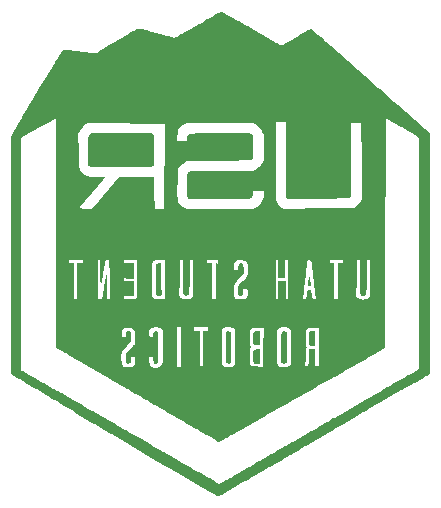
<source format=gbr>
%TF.GenerationSoftware,KiCad,Pcbnew,9.0.7*%
%TF.CreationDate,2026-01-29T21:22:27-07:00*%
%TF.ProjectId,Realsense Adapter,5265616c-7365-46e7-9365-204164617074,1.0-PROTO*%
%TF.SameCoordinates,Original*%
%TF.FileFunction,Legend,Bot*%
%TF.FilePolarity,Positive*%
%FSLAX46Y46*%
G04 Gerber Fmt 4.6, Leading zero omitted, Abs format (unit mm)*
G04 Created by KiCad (PCBNEW 9.0.7) date 2026-01-29 21:22:27*
%MOMM*%
%LPD*%
G01*
G04 APERTURE LIST*
%ADD10C,0.300000*%
%ADD11C,0.000000*%
G04 APERTURE END LIST*
D10*
X146101427Y-100849757D02*
X146244285Y-100778328D01*
X146244285Y-100778328D02*
X146458570Y-100778328D01*
X146458570Y-100778328D02*
X146672856Y-100849757D01*
X146672856Y-100849757D02*
X146815713Y-100992614D01*
X146815713Y-100992614D02*
X146887142Y-101135471D01*
X146887142Y-101135471D02*
X146958570Y-101421185D01*
X146958570Y-101421185D02*
X146958570Y-101635471D01*
X146958570Y-101635471D02*
X146887142Y-101921185D01*
X146887142Y-101921185D02*
X146815713Y-102064042D01*
X146815713Y-102064042D02*
X146672856Y-102206900D01*
X146672856Y-102206900D02*
X146458570Y-102278328D01*
X146458570Y-102278328D02*
X146315713Y-102278328D01*
X146315713Y-102278328D02*
X146101427Y-102206900D01*
X146101427Y-102206900D02*
X146029999Y-102135471D01*
X146029999Y-102135471D02*
X146029999Y-101635471D01*
X146029999Y-101635471D02*
X146315713Y-101635471D01*
X145172856Y-100778328D02*
X145172856Y-101135471D01*
X145529999Y-100992614D02*
X145172856Y-101135471D01*
X145172856Y-101135471D02*
X144815713Y-100992614D01*
X145387142Y-101421185D02*
X145172856Y-101135471D01*
X145172856Y-101135471D02*
X144958570Y-101421185D01*
X144029999Y-100778328D02*
X144029999Y-101135471D01*
X144387142Y-100992614D02*
X144029999Y-101135471D01*
X144029999Y-101135471D02*
X143672856Y-100992614D01*
X144244285Y-101421185D02*
X144029999Y-101135471D01*
X144029999Y-101135471D02*
X143815713Y-101421185D01*
X142887142Y-100778328D02*
X142887142Y-101135471D01*
X143244285Y-100992614D02*
X142887142Y-101135471D01*
X142887142Y-101135471D02*
X142529999Y-100992614D01*
X143101428Y-101421185D02*
X142887142Y-101135471D01*
X142887142Y-101135471D02*
X142672856Y-101421185D01*
D11*
%TO.C,G\u002A\u002A\u002A*%
G36*
X149395962Y-108438461D02*
G01*
X149395962Y-109049038D01*
X149164506Y-109049038D01*
X149057326Y-109048258D01*
X148986268Y-109044318D01*
X148942611Y-109034850D01*
X148915551Y-109017490D01*
X148894283Y-108989872D01*
X148874832Y-108951241D01*
X148851609Y-108860437D01*
X148839247Y-108732828D01*
X148837466Y-108564749D01*
X148845991Y-108352531D01*
X148863969Y-108040835D01*
X148962114Y-107934360D01*
X148991689Y-107902568D01*
X149037508Y-107859604D01*
X149080759Y-107837408D01*
X149138581Y-107829122D01*
X149228111Y-107827884D01*
X149395962Y-107827884D01*
X149395962Y-108438461D01*
G37*
G36*
X149390282Y-110022940D02*
G01*
X149396814Y-110642708D01*
X149188928Y-110631797D01*
X149183612Y-110631515D01*
X149077582Y-110623787D01*
X149006983Y-110612136D01*
X148958935Y-110593312D01*
X148920557Y-110564062D01*
X148876957Y-110515403D01*
X148845201Y-110457423D01*
X148824971Y-110383095D01*
X148814872Y-110284387D01*
X148813511Y-110153263D01*
X148819493Y-109981691D01*
X148826187Y-109858171D01*
X148839848Y-109704494D01*
X148861163Y-109590109D01*
X148894202Y-109509226D01*
X148943035Y-109456057D01*
X149011733Y-109424812D01*
X149104365Y-109409704D01*
X149225001Y-109404943D01*
X149383751Y-109403172D01*
X149390282Y-110022940D01*
G37*
G36*
X153602787Y-103211922D02*
G01*
X153609755Y-103237546D01*
X153624842Y-103306888D01*
X153644356Y-103405326D01*
X153666311Y-103521858D01*
X153688725Y-103645481D01*
X153709612Y-103765193D01*
X153726988Y-103869992D01*
X153738869Y-103948875D01*
X153743270Y-103990840D01*
X153741282Y-104012329D01*
X153725559Y-104031876D01*
X153684240Y-104040423D01*
X153605727Y-104042307D01*
X153468185Y-104042307D01*
X153483149Y-103938509D01*
X153486204Y-103916624D01*
X153497342Y-103831237D01*
X153510854Y-103722188D01*
X153524468Y-103607654D01*
X153539843Y-103481663D01*
X153559486Y-103343369D01*
X153576611Y-103251880D01*
X153591087Y-103207847D01*
X153602787Y-103211922D01*
G37*
G36*
X154109616Y-108461933D02*
G01*
X154109616Y-109097884D01*
X153888203Y-109097884D01*
X153791329Y-109098442D01*
X153713844Y-109096503D01*
X153657080Y-109086279D01*
X153617835Y-109061980D01*
X153592906Y-109017815D01*
X153579091Y-108947994D01*
X153573188Y-108846727D01*
X153571995Y-108708224D01*
X153572308Y-108526694D01*
X153572390Y-108404320D01*
X153573118Y-108260638D01*
X153575159Y-108153821D01*
X153579173Y-108076736D01*
X153585819Y-108022252D01*
X153595757Y-107983237D01*
X153609647Y-107952557D01*
X153628149Y-107923082D01*
X153630909Y-107918983D01*
X153658892Y-107880565D01*
X153687398Y-107856808D01*
X153728502Y-107843667D01*
X153794279Y-107837092D01*
X153896803Y-107833039D01*
X154109616Y-107825982D01*
X154109616Y-108461933D01*
G37*
G36*
X146837560Y-107867005D02*
G01*
X146927358Y-107915536D01*
X147002501Y-107978764D01*
X147001635Y-109203853D01*
X147001469Y-109413874D01*
X147001029Y-109666819D01*
X147000012Y-109877892D01*
X146998054Y-110051148D01*
X146994789Y-110190644D01*
X146989850Y-110300437D01*
X146982873Y-110384582D01*
X146973490Y-110447137D01*
X146961337Y-110492158D01*
X146946046Y-110523702D01*
X146927254Y-110545824D01*
X146904592Y-110562582D01*
X146877697Y-110578032D01*
X146775402Y-110610876D01*
X146674339Y-110598291D01*
X146585430Y-110540724D01*
X146514039Y-110469334D01*
X146514039Y-109259662D01*
X146514051Y-109201499D01*
X146514545Y-108909210D01*
X146515814Y-108662516D01*
X146517920Y-108458668D01*
X146520927Y-108294919D01*
X146524897Y-108168521D01*
X146529894Y-108076725D01*
X146535979Y-108016785D01*
X146543217Y-107985951D01*
X146571912Y-107940014D01*
X146646554Y-107881679D01*
X146739531Y-107856531D01*
X146837560Y-107867005D01*
G37*
G36*
X141067693Y-102597351D02*
G01*
X141067840Y-102670514D01*
X141068830Y-102837607D01*
X141070653Y-103037732D01*
X141073186Y-103260644D01*
X141076309Y-103496095D01*
X141079900Y-103733840D01*
X141083839Y-103963631D01*
X141099984Y-104845443D01*
X140967829Y-104855244D01*
X140934997Y-104857400D01*
X140791051Y-104857812D01*
X140690390Y-104840431D01*
X140634183Y-104805430D01*
X140632202Y-104801103D01*
X140625304Y-104755733D01*
X140619296Y-104668685D01*
X140614179Y-104545615D01*
X140609948Y-104392182D01*
X140606604Y-104214041D01*
X140604144Y-104016852D01*
X140602567Y-103806269D01*
X140601870Y-103587952D01*
X140602053Y-103367557D01*
X140603113Y-103150741D01*
X140605048Y-102943162D01*
X140607858Y-102750476D01*
X140611541Y-102578342D01*
X140616094Y-102432416D01*
X140621516Y-102318355D01*
X140627805Y-102241818D01*
X140634960Y-102208460D01*
X140637967Y-102204627D01*
X140701350Y-102151618D01*
X140792172Y-102122057D01*
X140919549Y-102112884D01*
X141067693Y-102112884D01*
X141067693Y-102597351D01*
G37*
G36*
X151567314Y-107868203D02*
G01*
X151655600Y-107908568D01*
X151715431Y-107973070D01*
X151715856Y-107973961D01*
X151722260Y-108014053D01*
X151727749Y-108101634D01*
X151732298Y-108235433D01*
X151735882Y-108414180D01*
X151738473Y-108636602D01*
X151740047Y-108901431D01*
X151740578Y-109207395D01*
X151740568Y-109362898D01*
X151740347Y-109620877D01*
X151739532Y-109836395D01*
X151737735Y-110013624D01*
X151734566Y-110156734D01*
X151729637Y-110269899D01*
X151722558Y-110357289D01*
X151712941Y-110423077D01*
X151700397Y-110471435D01*
X151684536Y-110506534D01*
X151664971Y-110532546D01*
X151641311Y-110553643D01*
X151613167Y-110573997D01*
X151580871Y-110592500D01*
X151484219Y-110613692D01*
X151384731Y-110595844D01*
X151299084Y-110540724D01*
X151227693Y-110469334D01*
X151227693Y-109256175D01*
X151227716Y-109025815D01*
X151228028Y-108775122D01*
X151229037Y-108566060D01*
X151231151Y-108394601D01*
X151234777Y-108256715D01*
X151240323Y-108148374D01*
X151248198Y-108065549D01*
X151258810Y-108004211D01*
X151272567Y-107960331D01*
X151289877Y-107929880D01*
X151311148Y-107908829D01*
X151336788Y-107893149D01*
X151367206Y-107878811D01*
X151370260Y-107877447D01*
X151466793Y-107856366D01*
X151567314Y-107868203D01*
G37*
G36*
X140322455Y-91126600D02*
G01*
X140344650Y-91144366D01*
X140370408Y-91167945D01*
X140391898Y-91194994D01*
X140409507Y-91229637D01*
X140423622Y-91276001D01*
X140434628Y-91338210D01*
X140442914Y-91420388D01*
X140448864Y-91526662D01*
X140452865Y-91661157D01*
X140455305Y-91827997D01*
X140456569Y-92031308D01*
X140457044Y-92275215D01*
X140457116Y-92563843D01*
X140457116Y-93786947D01*
X140389953Y-93850149D01*
X140378458Y-93860407D01*
X140305249Y-93913558D01*
X140225097Y-93958350D01*
X140217929Y-93961528D01*
X140198925Y-93968539D01*
X140175019Y-93974723D01*
X140143283Y-93980132D01*
X140100786Y-93984818D01*
X140044598Y-93988834D01*
X139971791Y-93992233D01*
X139879434Y-93995065D01*
X139764598Y-93997385D01*
X139624353Y-93999243D01*
X139455769Y-94000694D01*
X139255917Y-94001788D01*
X139021868Y-94002578D01*
X138750690Y-94003117D01*
X138439456Y-94003457D01*
X138085235Y-94003651D01*
X137685097Y-94003750D01*
X137554740Y-94003750D01*
X137130124Y-94003426D01*
X136743244Y-94002609D01*
X136395332Y-94001309D01*
X136087625Y-93999540D01*
X135821355Y-93997311D01*
X135597758Y-93994637D01*
X135418069Y-93991527D01*
X135283521Y-93987994D01*
X135195348Y-93984049D01*
X135154786Y-93979704D01*
X135126524Y-93969368D01*
X135049485Y-93925993D01*
X134977719Y-93868761D01*
X134888655Y-93782263D01*
X134888655Y-92576087D01*
X134889040Y-92343123D01*
X134890287Y-92106783D01*
X134892319Y-91892617D01*
X134895055Y-91705070D01*
X134898415Y-91548587D01*
X134902319Y-91427613D01*
X134906688Y-91346594D01*
X134911442Y-91309975D01*
X134920241Y-91290962D01*
X134959641Y-91228207D01*
X135011664Y-91161847D01*
X135089099Y-91073653D01*
X137672122Y-91073653D01*
X140255144Y-91073653D01*
X140322455Y-91126600D01*
G37*
G36*
X163836355Y-111503557D02*
G01*
X163668322Y-111591239D01*
X163663678Y-111593671D01*
X163580149Y-111638873D01*
X163459712Y-111705970D01*
X163307158Y-111792218D01*
X163127277Y-111894875D01*
X162924860Y-112011196D01*
X162704696Y-112138440D01*
X162471576Y-112273863D01*
X162230289Y-112414721D01*
X162198012Y-112433454D01*
X162047637Y-112517958D01*
X161876455Y-112610738D01*
X161703159Y-112701780D01*
X161546443Y-112781070D01*
X161541685Y-112783416D01*
X161439410Y-112834925D01*
X161330763Y-112891829D01*
X161211840Y-112956386D01*
X161078735Y-113030856D01*
X160927542Y-113117499D01*
X160754355Y-113218572D01*
X160555269Y-113336337D01*
X160326378Y-113473050D01*
X160063776Y-113630973D01*
X159763558Y-113812364D01*
X159685346Y-113859478D01*
X159517652Y-113959390D01*
X159341559Y-114063118D01*
X159173740Y-114160866D01*
X159030866Y-114242839D01*
X158937752Y-114296000D01*
X158781255Y-114386226D01*
X158593710Y-114495082D01*
X158381346Y-114618903D01*
X158150391Y-114754024D01*
X157907075Y-114896781D01*
X157657627Y-115043507D01*
X157408275Y-115190539D01*
X157165247Y-115334212D01*
X156934774Y-115470860D01*
X156723082Y-115596818D01*
X156536402Y-115708422D01*
X156380962Y-115802007D01*
X156187357Y-115918652D01*
X155868222Y-116108884D01*
X155523150Y-116312180D01*
X155146444Y-116531889D01*
X154732405Y-116771363D01*
X154703887Y-116787801D01*
X154538036Y-116883453D01*
X154350201Y-116991868D01*
X154144974Y-117110388D01*
X153926947Y-117236357D01*
X153700711Y-117367118D01*
X153470857Y-117500016D01*
X153241978Y-117632393D01*
X153018666Y-117761593D01*
X152805510Y-117884959D01*
X152607104Y-117999836D01*
X152428039Y-118103567D01*
X152272907Y-118193495D01*
X152146298Y-118266964D01*
X152052805Y-118321317D01*
X151997020Y-118353899D01*
X151932738Y-118391475D01*
X151831087Y-118450607D01*
X151699365Y-118527056D01*
X151543769Y-118617232D01*
X151370491Y-118717545D01*
X151185728Y-118824404D01*
X150995674Y-118934220D01*
X150854338Y-119015860D01*
X150665830Y-119124774D01*
X150445490Y-119252100D01*
X150198748Y-119394701D01*
X149931032Y-119549437D01*
X149647773Y-119713171D01*
X149354399Y-119882764D01*
X149056340Y-120055078D01*
X148759026Y-120226975D01*
X148467885Y-120395316D01*
X148404699Y-120431851D01*
X148128279Y-120591643D01*
X147857051Y-120748372D01*
X147595139Y-120899660D01*
X147346661Y-121043131D01*
X147115739Y-121176406D01*
X146906494Y-121297108D01*
X146723045Y-121402859D01*
X146569514Y-121491280D01*
X146450021Y-121559995D01*
X146368687Y-121606626D01*
X146350019Y-121617293D01*
X146201070Y-121701392D01*
X146084605Y-121762123D01*
X145991723Y-121800351D01*
X145913526Y-121816938D01*
X145841113Y-121812748D01*
X145765584Y-121788644D01*
X145678039Y-121745491D01*
X145569579Y-121684150D01*
X145221428Y-121483684D01*
X144037589Y-120800416D01*
X142885673Y-120132978D01*
X141756805Y-119476187D01*
X140642111Y-118824861D01*
X139532716Y-118173818D01*
X138419747Y-117517875D01*
X137294328Y-116851851D01*
X137185375Y-116787305D01*
X137035254Y-116698473D01*
X136855687Y-116592295D01*
X136653169Y-116472606D01*
X136434194Y-116343244D01*
X136205255Y-116208045D01*
X135972847Y-116070848D01*
X135743462Y-115935489D01*
X135587383Y-115843333D01*
X135187270Y-115606483D01*
X134770807Y-115359159D01*
X134342869Y-115104292D01*
X133908330Y-114844813D01*
X133472065Y-114583652D01*
X133038947Y-114323741D01*
X132613851Y-114068011D01*
X132201653Y-113819392D01*
X131807225Y-113580814D01*
X131435443Y-113355210D01*
X131091180Y-113145510D01*
X130779312Y-112954644D01*
X130504712Y-112785544D01*
X130484868Y-112773289D01*
X130332026Y-112679535D01*
X130148894Y-112568065D01*
X129945704Y-112445051D01*
X129732688Y-112316660D01*
X129520081Y-112189063D01*
X129318114Y-112068430D01*
X129137020Y-111960930D01*
X129041361Y-111903999D01*
X128889083Y-111812370D01*
X128733349Y-111717729D01*
X128596148Y-111633393D01*
X128502965Y-111575156D01*
X128420085Y-111520740D01*
X128366397Y-111479821D01*
X128334855Y-111446017D01*
X128318411Y-111412944D01*
X128310017Y-111374218D01*
X128309613Y-111367342D01*
X128308679Y-111316951D01*
X128307796Y-111220037D01*
X128306967Y-111078242D01*
X128306191Y-110893206D01*
X128305470Y-110666569D01*
X128304805Y-110399972D01*
X128304197Y-110095055D01*
X128303647Y-109753459D01*
X128303157Y-109376824D01*
X128302728Y-108966791D01*
X128302360Y-108525001D01*
X128302065Y-108068971D01*
X129163019Y-108068971D01*
X129163033Y-108523687D01*
X129163146Y-108947535D01*
X129163357Y-109338881D01*
X129163667Y-109696091D01*
X129164075Y-110017530D01*
X129164581Y-110301564D01*
X129165186Y-110546558D01*
X129165890Y-110750879D01*
X129166691Y-110912891D01*
X129167591Y-111030960D01*
X129168590Y-111103451D01*
X129169687Y-111128732D01*
X129179236Y-111135513D01*
X129225258Y-111164032D01*
X129301782Y-111209625D01*
X129401119Y-111267730D01*
X129515578Y-111333790D01*
X129586645Y-111374565D01*
X129724236Y-111453549D01*
X129886810Y-111546910D01*
X130063848Y-111648606D01*
X130244829Y-111752594D01*
X130419231Y-111852831D01*
X130486847Y-111891682D01*
X130691190Y-112008939D01*
X130914191Y-112136717D01*
X131140606Y-112266288D01*
X131355188Y-112388927D01*
X131542693Y-112495905D01*
X131668790Y-112567885D01*
X131813315Y-112650691D01*
X131941873Y-112724681D01*
X132047839Y-112786029D01*
X132124584Y-112830909D01*
X132165481Y-112855493D01*
X132190163Y-112870590D01*
X132258245Y-112910864D01*
X132354074Y-112966676D01*
X132468628Y-113032780D01*
X132592885Y-113103934D01*
X132645794Y-113134140D01*
X132791746Y-113217695D01*
X132938996Y-113302272D01*
X133072956Y-113379483D01*
X133179039Y-113440942D01*
X133237119Y-113474619D01*
X133364439Y-113547839D01*
X133490245Y-113619525D01*
X133594231Y-113678078D01*
X133599414Y-113680973D01*
X133672658Y-113722381D01*
X133779930Y-113783619D01*
X133913775Y-113860403D01*
X134066737Y-113948450D01*
X134231362Y-114043476D01*
X134400193Y-114141196D01*
X134417013Y-114150944D01*
X134585776Y-114248645D01*
X134749586Y-114343296D01*
X134900987Y-114430601D01*
X135032520Y-114506264D01*
X135136729Y-114565989D01*
X135206155Y-114605480D01*
X135297664Y-114657355D01*
X135425846Y-114730434D01*
X135579731Y-114818449D01*
X135750885Y-114916561D01*
X135930875Y-115019931D01*
X136111267Y-115123718D01*
X136283627Y-115223084D01*
X136439520Y-115313189D01*
X136472823Y-115332440D01*
X136581172Y-115394857D01*
X136717814Y-115473357D01*
X136872663Y-115562153D01*
X137035632Y-115655460D01*
X137196635Y-115747493D01*
X137264932Y-115786517D01*
X137425137Y-115878206D01*
X137581271Y-115967751D01*
X137723742Y-116049642D01*
X137842958Y-116118369D01*
X137929328Y-116168420D01*
X138007696Y-116213820D01*
X138121838Y-116279590D01*
X138262272Y-116360279D01*
X138420837Y-116451200D01*
X138589372Y-116547671D01*
X138759712Y-116645006D01*
X138914770Y-116733589D01*
X139094403Y-116836352D01*
X139269180Y-116936473D01*
X139429707Y-117028566D01*
X139566588Y-117107244D01*
X139670427Y-117167120D01*
X139726748Y-117199678D01*
X139860480Y-117276905D01*
X139995560Y-117354775D01*
X140140197Y-117438011D01*
X140302603Y-117531337D01*
X140490987Y-117639474D01*
X140713558Y-117767144D01*
X140819477Y-117827966D01*
X140937112Y-117895679D01*
X141040889Y-117955575D01*
X141116539Y-117999430D01*
X141130392Y-118007483D01*
X141223342Y-118061127D01*
X141333859Y-118124452D01*
X141440934Y-118185411D01*
X141458734Y-118195513D01*
X141569256Y-118258609D01*
X141680428Y-118322581D01*
X141770646Y-118375006D01*
X141817795Y-118402504D01*
X141904489Y-118452774D01*
X142023868Y-118521777D01*
X142177141Y-118610210D01*
X142365519Y-118718771D01*
X142590212Y-118848155D01*
X142852432Y-118999061D01*
X143153387Y-119172186D01*
X143494288Y-119368226D01*
X143876347Y-119587879D01*
X144043385Y-119683939D01*
X144249813Y-119802742D01*
X144453766Y-119920209D01*
X144647266Y-120031743D01*
X144822338Y-120132744D01*
X144971005Y-120218617D01*
X145085289Y-120284761D01*
X145185503Y-120342758D01*
X145329167Y-120425594D01*
X145465883Y-120504102D01*
X145583893Y-120571536D01*
X145671443Y-120621149D01*
X145708197Y-120641951D01*
X145801561Y-120695975D01*
X145880210Y-120743063D01*
X145930119Y-120774881D01*
X145969995Y-120799729D01*
X146005895Y-120804278D01*
X146049024Y-120779819D01*
X146074060Y-120763482D01*
X146139851Y-120723280D01*
X146228375Y-120670945D01*
X146327656Y-120613622D01*
X146389202Y-120578424D01*
X146508238Y-120510109D01*
X146648400Y-120429466D01*
X146797023Y-120343785D01*
X146941443Y-120260353D01*
X147053112Y-120195823D01*
X147181257Y-120121916D01*
X147294997Y-120056467D01*
X147385046Y-120004819D01*
X147442116Y-119972315D01*
X147475376Y-119953422D01*
X147561304Y-119904111D01*
X147665333Y-119843988D01*
X147771828Y-119782072D01*
X147831984Y-119747044D01*
X147932685Y-119688670D01*
X148019028Y-119638928D01*
X148077116Y-119605841D01*
X148112778Y-119585642D01*
X148191322Y-119540746D01*
X148289694Y-119484221D01*
X148394616Y-119423687D01*
X148440572Y-119397144D01*
X148541904Y-119338703D01*
X148674074Y-119262544D01*
X148830102Y-119172686D01*
X149003009Y-119073149D01*
X149185814Y-118967951D01*
X149371539Y-118861113D01*
X149409949Y-118839021D01*
X149628477Y-118713286D01*
X149866272Y-118576403D01*
X150111010Y-118435469D01*
X150350369Y-118297582D01*
X150572025Y-118169840D01*
X150763655Y-118059340D01*
X150806375Y-118034701D01*
X150975775Y-117937078D01*
X151137542Y-117843975D01*
X151284743Y-117759374D01*
X151410444Y-117687258D01*
X151507712Y-117631607D01*
X151569616Y-117596406D01*
X151623610Y-117565702D01*
X151723081Y-117508633D01*
X151845913Y-117437793D01*
X151981475Y-117359315D01*
X152119135Y-117279334D01*
X152220427Y-117220503D01*
X152363178Y-117137995D01*
X152498540Y-117060177D01*
X152614923Y-116993709D01*
X152700736Y-116945248D01*
X152728318Y-116929782D01*
X152827757Y-116873186D01*
X152917739Y-116820829D01*
X152981601Y-116782375D01*
X153027817Y-116754306D01*
X153115952Y-116702899D01*
X153205962Y-116652277D01*
X153255887Y-116624413D01*
X153348216Y-116572073D01*
X153464815Y-116505418D01*
X153595743Y-116430134D01*
X153731058Y-116351910D01*
X153803926Y-116309698D01*
X153957832Y-116220674D01*
X154135675Y-116117933D01*
X154325749Y-116008232D01*
X154516349Y-115898330D01*
X154695770Y-115794983D01*
X154885192Y-115685940D01*
X155115271Y-115553470D01*
X155310893Y-115440801D01*
X155476641Y-115345287D01*
X155617102Y-115264277D01*
X155736860Y-115195126D01*
X155840500Y-115135184D01*
X155932607Y-115081805D01*
X156017766Y-115032339D01*
X156100561Y-114984139D01*
X156185578Y-114934556D01*
X156200141Y-114926061D01*
X156330394Y-114850413D01*
X156462587Y-114774138D01*
X156582032Y-114705686D01*
X156674039Y-114653510D01*
X156685996Y-114646776D01*
X156763730Y-114602610D01*
X156877798Y-114537394D01*
X157023346Y-114453919D01*
X157195522Y-114354977D01*
X157389472Y-114243362D01*
X157600344Y-114121865D01*
X157823285Y-113993278D01*
X158053442Y-113860395D01*
X158285962Y-113726007D01*
X158526529Y-113586944D01*
X158793422Y-113432807D01*
X159025898Y-113298722D01*
X159222394Y-113185588D01*
X159381350Y-113094304D01*
X159501201Y-113025770D01*
X159580385Y-112980886D01*
X159633322Y-112951011D01*
X159779744Y-112867450D01*
X159965461Y-112760454D01*
X160188629Y-112631087D01*
X160447405Y-112480414D01*
X160515687Y-112440706D01*
X160634974Y-112371627D01*
X160775293Y-112290602D01*
X160924435Y-112204677D01*
X161070193Y-112120899D01*
X161085904Y-112111882D01*
X161238718Y-112024174D01*
X161418069Y-111921238D01*
X161609807Y-111811197D01*
X161799783Y-111702169D01*
X161973847Y-111602277D01*
X162029410Y-111570372D01*
X162188827Y-111478655D01*
X162345567Y-111388242D01*
X162489701Y-111304871D01*
X162611299Y-111234283D01*
X162700433Y-111182220D01*
X162926347Y-111049486D01*
X162926331Y-101275271D01*
X162926315Y-91501057D01*
X162700417Y-91368045D01*
X162568311Y-91290241D01*
X162259741Y-91108366D01*
X161964289Y-90934025D01*
X161684853Y-90768939D01*
X161424335Y-90614828D01*
X161185634Y-90473412D01*
X160971651Y-90346413D01*
X160785286Y-90235550D01*
X160629437Y-90142544D01*
X160507007Y-90069115D01*
X160420894Y-90016985D01*
X160374000Y-89987873D01*
X160343947Y-89968653D01*
X160247726Y-89910178D01*
X160165944Y-89864922D01*
X160107336Y-89837510D01*
X160080639Y-89832567D01*
X160080246Y-89841501D01*
X160079473Y-89894447D01*
X160078567Y-89993431D01*
X160077535Y-90136691D01*
X160076383Y-90322466D01*
X160075120Y-90548995D01*
X160073752Y-90814516D01*
X160072288Y-91117267D01*
X160070733Y-91455488D01*
X160069096Y-91827417D01*
X160067384Y-92231292D01*
X160065604Y-92665353D01*
X160063763Y-93127838D01*
X160061869Y-93616985D01*
X160059928Y-94131033D01*
X160057949Y-94668221D01*
X160055939Y-95226787D01*
X160053904Y-95804971D01*
X160051852Y-96401010D01*
X160050864Y-96694445D01*
X160049791Y-97013143D01*
X160047727Y-97639609D01*
X160045669Y-98278646D01*
X160045200Y-98425185D01*
X160043076Y-99078048D01*
X160040912Y-99724851D01*
X160038717Y-100363455D01*
X160036500Y-100991721D01*
X160034270Y-101607509D01*
X160033345Y-101856442D01*
X160033300Y-101868653D01*
X160032037Y-102208680D01*
X160029809Y-102793095D01*
X160027595Y-103358614D01*
X160025405Y-103903099D01*
X160023247Y-104424409D01*
X160021131Y-104920406D01*
X160019066Y-105388950D01*
X160017061Y-105827901D01*
X160015125Y-106235122D01*
X160013267Y-106608471D01*
X160011496Y-106945810D01*
X160009822Y-107245000D01*
X160008253Y-107503902D01*
X160006798Y-107720375D01*
X160005467Y-107892281D01*
X160004269Y-108017481D01*
X159989747Y-109318327D01*
X158974363Y-109896410D01*
X158667710Y-110070995D01*
X158499906Y-110166530D01*
X158306927Y-110276394D01*
X158127596Y-110378480D01*
X157959472Y-110474170D01*
X157800112Y-110564848D01*
X157647074Y-110651899D01*
X157497918Y-110736707D01*
X157350201Y-110820656D01*
X157201481Y-110905129D01*
X157049316Y-110991511D01*
X156891266Y-111081186D01*
X156724887Y-111175537D01*
X156547738Y-111275950D01*
X156357377Y-111383807D01*
X156151363Y-111500493D01*
X155927254Y-111627392D01*
X155682607Y-111765888D01*
X155414981Y-111917364D01*
X155121935Y-112083206D01*
X154801026Y-112264796D01*
X154449812Y-112463520D01*
X154065852Y-112680760D01*
X153646705Y-112917902D01*
X153189927Y-113176328D01*
X152693078Y-113457424D01*
X152551511Y-113537518D01*
X152256385Y-113704499D01*
X151930767Y-113888743D01*
X151582506Y-114085807D01*
X151219451Y-114291248D01*
X150849453Y-114500626D01*
X150480361Y-114709498D01*
X150120025Y-114913422D01*
X149776295Y-115107956D01*
X149457020Y-115288658D01*
X149167253Y-115452660D01*
X148864009Y-115624283D01*
X148559027Y-115796884D01*
X148257836Y-115967333D01*
X147965968Y-116132501D01*
X147688955Y-116289256D01*
X147432326Y-116434470D01*
X147201613Y-116565012D01*
X147002347Y-116677753D01*
X146840059Y-116769562D01*
X146770447Y-116808891D01*
X146587143Y-116911981D01*
X146418388Y-117006214D01*
X146268832Y-117089039D01*
X146143124Y-117157901D01*
X146045914Y-117210250D01*
X145981850Y-117243531D01*
X145955583Y-117255192D01*
X145930581Y-117245833D01*
X145871264Y-117215742D01*
X145788114Y-117169834D01*
X145690621Y-117113195D01*
X145662969Y-117096812D01*
X145557534Y-117034806D01*
X145423427Y-116956419D01*
X145270836Y-116867586D01*
X145109952Y-116774244D01*
X144950962Y-116682327D01*
X144891371Y-116647932D01*
X144734141Y-116557064D01*
X144581132Y-116468483D01*
X144441870Y-116387713D01*
X144325881Y-116320277D01*
X144242693Y-116271697D01*
X144063313Y-116166753D01*
X143837521Y-116035151D01*
X143573560Y-115881712D01*
X143273576Y-115707680D01*
X142939714Y-115514301D01*
X142574121Y-115302820D01*
X142178943Y-115074482D01*
X142032714Y-114989919D01*
X141840283Y-114878393D01*
X141641010Y-114762686D01*
X141451285Y-114652316D01*
X141287501Y-114556800D01*
X141152414Y-114477940D01*
X140999133Y-114388576D01*
X140852832Y-114303394D01*
X140725238Y-114229221D01*
X140628078Y-114172884D01*
X140582047Y-114146233D01*
X140473802Y-114083480D01*
X140338018Y-114004689D01*
X140184027Y-113915279D01*
X140021160Y-113820667D01*
X139858751Y-113726270D01*
X139779455Y-113680179D01*
X139606892Y-113579946D01*
X139433525Y-113479327D01*
X139270110Y-113384561D01*
X139127401Y-113301887D01*
X139016155Y-113237543D01*
X138992260Y-113223733D01*
X138882085Y-113159932D01*
X138740436Y-113077766D01*
X138575710Y-112982111D01*
X138396302Y-112877844D01*
X138210607Y-112769841D01*
X138027020Y-112662980D01*
X137981933Y-112636724D01*
X137778121Y-112518047D01*
X137609034Y-112419614D01*
X137468427Y-112337803D01*
X137350053Y-112268991D01*
X137247669Y-112209554D01*
X137155030Y-112155870D01*
X137065890Y-112104316D01*
X136974006Y-112051270D01*
X136873130Y-111993107D01*
X136757020Y-111926206D01*
X136695162Y-111890548D01*
X136439241Y-111742655D01*
X136158513Y-111579928D01*
X135866614Y-111410289D01*
X135577180Y-111241659D01*
X135303847Y-111081961D01*
X135246427Y-111048374D01*
X135102849Y-110964505D01*
X134959615Y-110880978D01*
X134830656Y-110805913D01*
X134729905Y-110747431D01*
X134511699Y-110621030D01*
X134294628Y-110495177D01*
X134097174Y-110380584D01*
X133923871Y-110279887D01*
X133779256Y-110195720D01*
X133667865Y-110130720D01*
X133594231Y-110087521D01*
X133577823Y-110077868D01*
X133504163Y-110034809D01*
X133399487Y-109973870D01*
X133373009Y-109958490D01*
X137679791Y-109958490D01*
X137681635Y-110129908D01*
X137694347Y-110338860D01*
X137700960Y-110425544D01*
X137711142Y-110535674D01*
X137722250Y-110613045D01*
X137736438Y-110667641D01*
X137755859Y-110709448D01*
X137782665Y-110748449D01*
X137795887Y-110765142D01*
X137851358Y-110825819D01*
X137900425Y-110867664D01*
X137929675Y-110880758D01*
X138010594Y-110899070D01*
X138119093Y-110911770D01*
X138241900Y-110918302D01*
X138365744Y-110918113D01*
X138477352Y-110910649D01*
X138563454Y-110895354D01*
X138581690Y-110889911D01*
X138691836Y-110838449D01*
X138773267Y-110760287D01*
X138828418Y-110650846D01*
X138859722Y-110505550D01*
X138869616Y-110319822D01*
X138869616Y-110074807D01*
X140066347Y-110074807D01*
X140066508Y-110386201D01*
X140067519Y-110514377D01*
X140071367Y-110612771D01*
X140079187Y-110680974D01*
X140092114Y-110728599D01*
X140111284Y-110765257D01*
X140176157Y-110841698D01*
X140295463Y-110925888D01*
X140436717Y-110977042D01*
X140520749Y-110993383D01*
X140592065Y-110999503D01*
X140657185Y-110991484D01*
X140737981Y-110968720D01*
X140870412Y-110918420D01*
X140984536Y-110849063D01*
X141070423Y-110758096D01*
X141138910Y-110636538D01*
X141144383Y-110624187D01*
X141154263Y-110598708D01*
X141162560Y-110569394D01*
X141169414Y-110532154D01*
X141174965Y-110482895D01*
X141179353Y-110417525D01*
X141182718Y-110331953D01*
X141185200Y-110222086D01*
X141186940Y-110083833D01*
X141188077Y-109913102D01*
X141188751Y-109705800D01*
X141189103Y-109457836D01*
X141189272Y-109165118D01*
X141189808Y-107803602D01*
X141101612Y-107705979D01*
X141014587Y-107629243D01*
X140889583Y-107571581D01*
X140865570Y-107564871D01*
X140831475Y-107559230D01*
X142410623Y-107559230D01*
X142411543Y-107803602D01*
X142416899Y-109226105D01*
X142423174Y-110892980D01*
X142570715Y-110900119D01*
X142638448Y-110901473D01*
X142703662Y-110898045D01*
X142735570Y-110889942D01*
X142737220Y-110880776D01*
X142740064Y-110828512D01*
X142742729Y-110733675D01*
X142745174Y-110600291D01*
X142747357Y-110432385D01*
X142749236Y-110233984D01*
X142750770Y-110009112D01*
X142751917Y-109761795D01*
X142752636Y-109496059D01*
X142752885Y-109215929D01*
X142752885Y-107559230D01*
X143876347Y-107559230D01*
X143876347Y-107693557D01*
X143876347Y-107827884D01*
X144108366Y-107827884D01*
X144340385Y-107827884D01*
X144340385Y-109215929D01*
X144340385Y-109342115D01*
X144340385Y-110856345D01*
X144490593Y-110856345D01*
X144640802Y-110856345D01*
X144627703Y-109342115D01*
X144614604Y-107827884D01*
X144831629Y-107827884D01*
X145048655Y-107827884D01*
X145048655Y-107764981D01*
X146172116Y-107764981D01*
X146172116Y-109177549D01*
X146172174Y-109364343D01*
X146172575Y-109644422D01*
X146173427Y-109881375D01*
X146174815Y-110078797D01*
X146176822Y-110240286D01*
X146179533Y-110369440D01*
X146183031Y-110469855D01*
X146187400Y-110545128D01*
X146192723Y-110598856D01*
X146199086Y-110634637D01*
X146206570Y-110656068D01*
X146258470Y-110732013D01*
X146355268Y-110824119D01*
X146465193Y-110889302D01*
X146495027Y-110900640D01*
X146643127Y-110933882D01*
X146804117Y-110939917D01*
X146959860Y-110919236D01*
X147092221Y-110872329D01*
X147095104Y-110870805D01*
X147186185Y-110805279D01*
X147266504Y-110718306D01*
X147318447Y-110628842D01*
X147320884Y-110619158D01*
X147327106Y-110558881D01*
X147332381Y-110450061D01*
X147336706Y-110292914D01*
X147340077Y-110087656D01*
X147342489Y-109834505D01*
X147343939Y-109533676D01*
X147344424Y-109185386D01*
X147344424Y-108453111D01*
X148565578Y-108453111D01*
X148565580Y-108483207D01*
X148565852Y-108664483D01*
X148566922Y-108804383D01*
X148569287Y-108909431D01*
X148573446Y-108986150D01*
X148579894Y-109041066D01*
X148589129Y-109080701D01*
X148601649Y-109111580D01*
X148617951Y-109140226D01*
X148626115Y-109153964D01*
X148650658Y-109210866D01*
X148646030Y-109240801D01*
X148644251Y-109241979D01*
X148621037Y-109262649D01*
X148602815Y-109293475D01*
X148589000Y-109339981D01*
X148579009Y-109407695D01*
X148572256Y-109502142D01*
X148568156Y-109628848D01*
X148566125Y-109793341D01*
X148565578Y-110001145D01*
X148565865Y-110176287D01*
X148567491Y-110349443D01*
X148571367Y-110484290D01*
X148578399Y-110586607D01*
X148589491Y-110662175D01*
X148605548Y-110716774D01*
X148627474Y-110756185D01*
X148656173Y-110786187D01*
X148692550Y-110812560D01*
X148704324Y-110818935D01*
X148745943Y-110831613D01*
X148812236Y-110841654D01*
X148909246Y-110849622D01*
X149043015Y-110856077D01*
X149219586Y-110861583D01*
X149233723Y-110861945D01*
X149378659Y-110864848D01*
X149505241Y-110865964D01*
X149605854Y-110865334D01*
X149672880Y-110862999D01*
X149698703Y-110859001D01*
X149699399Y-110852573D01*
X149701038Y-110804888D01*
X149702840Y-110714304D01*
X149704761Y-110584881D01*
X149706756Y-110420677D01*
X149708783Y-110225751D01*
X149710797Y-110004161D01*
X149712755Y-109759967D01*
X149714614Y-109497227D01*
X149716329Y-109219999D01*
X149724705Y-107764254D01*
X150885770Y-107764254D01*
X150885770Y-109164546D01*
X150885779Y-109237667D01*
X150886070Y-109535948D01*
X150886827Y-109789738D01*
X150888132Y-110002593D01*
X150890064Y-110178071D01*
X150892706Y-110319730D01*
X150896137Y-110431128D01*
X150900438Y-110515822D01*
X150905690Y-110577369D01*
X150911974Y-110619327D01*
X150919370Y-110645255D01*
X150956710Y-110707977D01*
X151035733Y-110791731D01*
X151132548Y-110862395D01*
X151230212Y-110905770D01*
X151319887Y-110925756D01*
X151495193Y-110941291D01*
X151657643Y-110925621D01*
X151794393Y-110879348D01*
X151828268Y-110856345D01*
X153271586Y-110856345D01*
X153393904Y-110856345D01*
X153516222Y-110856345D01*
X153531907Y-110654855D01*
X153536425Y-110576669D01*
X153540911Y-110453128D01*
X153544481Y-110303776D01*
X153546852Y-110140813D01*
X153547739Y-109976443D01*
X153547813Y-109876011D01*
X153549108Y-109715290D01*
X153553923Y-109594685D01*
X153564645Y-109508437D01*
X153583664Y-109450786D01*
X153613366Y-109415973D01*
X153656139Y-109398238D01*
X153714370Y-109391820D01*
X153790448Y-109390961D01*
X153876636Y-109392721D01*
X153968659Y-109398245D01*
X154033294Y-109406225D01*
X154109616Y-109421490D01*
X154109616Y-110138918D01*
X154109616Y-110856345D01*
X154242447Y-110856345D01*
X154375277Y-110856345D01*
X154389998Y-110752547D01*
X154390305Y-110750040D01*
X154392757Y-110702208D01*
X154394847Y-110610575D01*
X154396556Y-110479660D01*
X154397861Y-110313981D01*
X154398742Y-110118058D01*
X154399177Y-109896410D01*
X154399146Y-109653556D01*
X154398627Y-109394015D01*
X154397600Y-109122307D01*
X154390481Y-107595865D01*
X153967667Y-107589176D01*
X153854790Y-107587547D01*
X153729865Y-107586746D01*
X153640130Y-107588387D01*
X153577568Y-107593193D01*
X153534159Y-107601889D01*
X153501887Y-107615197D01*
X153472731Y-107633842D01*
X153466578Y-107638244D01*
X153426717Y-107669135D01*
X153395335Y-107701815D01*
X153371420Y-107742166D01*
X153353961Y-107796069D01*
X153341944Y-107869406D01*
X153334360Y-107968060D01*
X153330195Y-108097913D01*
X153328438Y-108264846D01*
X153328078Y-108474742D01*
X153328099Y-108528147D01*
X153328718Y-108718459D01*
X153330415Y-108866985D01*
X153333491Y-108979395D01*
X153338247Y-109061361D01*
X153344985Y-109118555D01*
X153354005Y-109156646D01*
X153365610Y-109181307D01*
X153371157Y-109189927D01*
X153388752Y-109228609D01*
X153382929Y-109267092D01*
X153351733Y-109325719D01*
X153340228Y-109346575D01*
X153327659Y-109376436D01*
X153322012Y-109397845D01*
X153317693Y-109414217D01*
X153309856Y-109465764D01*
X153303671Y-109536924D01*
X153298665Y-109633541D01*
X153294360Y-109761462D01*
X153290282Y-109926532D01*
X153285956Y-110134597D01*
X153271586Y-110856345D01*
X151828268Y-110856345D01*
X151876353Y-110823692D01*
X151956438Y-110746476D01*
X152020412Y-110663054D01*
X152054941Y-110588320D01*
X152057257Y-110569337D01*
X152060813Y-110501738D01*
X152064022Y-110392956D01*
X152066827Y-110247749D01*
X152069167Y-110070876D01*
X152070986Y-109867095D01*
X152072224Y-109641165D01*
X152072824Y-109397845D01*
X152072725Y-109141893D01*
X152070289Y-107781576D01*
X151973593Y-107682457D01*
X151952836Y-107662237D01*
X151814439Y-107566220D01*
X151648723Y-107506504D01*
X151463147Y-107485961D01*
X151434374Y-107486326D01*
X151257981Y-107508565D01*
X151110401Y-107566815D01*
X151072858Y-107595865D01*
X150985774Y-107663250D01*
X150885770Y-107764254D01*
X149724705Y-107764254D01*
X149725674Y-107595865D01*
X149290866Y-107589190D01*
X149223242Y-107588218D01*
X149080179Y-107587054D01*
X148974010Y-107588325D01*
X148896153Y-107592689D01*
X148838025Y-107600805D01*
X148791044Y-107613329D01*
X148746628Y-107630922D01*
X148743241Y-107632425D01*
X148692581Y-107657289D01*
X148652576Y-107685449D01*
X148621973Y-107722600D01*
X148599517Y-107774434D01*
X148591705Y-107810684D01*
X148583956Y-107846644D01*
X148574035Y-107944923D01*
X148568501Y-108074966D01*
X148566099Y-108242464D01*
X148565578Y-108453111D01*
X147344424Y-108453111D01*
X147344424Y-107810684D01*
X147289472Y-107727698D01*
X147271033Y-107703742D01*
X147190791Y-107633147D01*
X147078086Y-107565336D01*
X147000061Y-107528094D01*
X146922496Y-107501235D01*
X146841196Y-107488916D01*
X146733695Y-107485961D01*
X146687583Y-107487004D01*
X146510059Y-107514942D01*
X146361262Y-107581520D01*
X146239280Y-107687515D01*
X146234042Y-107693557D01*
X146172116Y-107764981D01*
X145048655Y-107764981D01*
X145048655Y-107693557D01*
X145048655Y-107559230D01*
X144462501Y-107559230D01*
X143876347Y-107559230D01*
X142752885Y-107559230D01*
X142581754Y-107559230D01*
X142410623Y-107559230D01*
X140831475Y-107559230D01*
X140705408Y-107538372D01*
X140540582Y-107538336D01*
X140383472Y-107562983D01*
X140246457Y-107610530D01*
X140141918Y-107679195D01*
X140066347Y-107749789D01*
X140066347Y-108056049D01*
X140067831Y-108170315D01*
X140072834Y-108275864D01*
X140080813Y-108347457D01*
X140091195Y-108377666D01*
X140111853Y-108382353D01*
X140171318Y-108382983D01*
X140249945Y-108376293D01*
X140383847Y-108359563D01*
X140383847Y-108171250D01*
X140383864Y-108157422D01*
X140386082Y-108063249D01*
X140394272Y-108002772D01*
X140411643Y-107962482D01*
X140441402Y-107928866D01*
X140445509Y-107925101D01*
X140537593Y-107872846D01*
X140643814Y-107859329D01*
X140746413Y-107886987D01*
X140823462Y-107926831D01*
X140823462Y-108792595D01*
X140823462Y-109232275D01*
X140823462Y-110537719D01*
X140758220Y-110580468D01*
X140716345Y-110601796D01*
X140623380Y-110621529D01*
X140530996Y-110613274D01*
X140459067Y-110577245D01*
X140445114Y-110563272D01*
X140425877Y-110532166D01*
X140414710Y-110485905D01*
X140409534Y-110413269D01*
X140408270Y-110303041D01*
X140408270Y-110074807D01*
X140237308Y-110074807D01*
X140066347Y-110074807D01*
X138869616Y-110074807D01*
X138686443Y-110074807D01*
X138503270Y-110074807D01*
X138503270Y-110272070D01*
X138502966Y-110333333D01*
X138499416Y-110411858D01*
X138488852Y-110463312D01*
X138467574Y-110501624D01*
X138431879Y-110540724D01*
X138412864Y-110558150D01*
X138325059Y-110605701D01*
X138235337Y-110610543D01*
X138153186Y-110576095D01*
X138088094Y-110505775D01*
X138049547Y-110402999D01*
X138045755Y-110370403D01*
X138042631Y-110289324D01*
X138042695Y-110183223D01*
X138045497Y-110064411D01*
X138050584Y-109945197D01*
X138057505Y-109837895D01*
X138065808Y-109754814D01*
X138075040Y-109708265D01*
X138091626Y-109686576D01*
X138139581Y-109635809D01*
X138212445Y-109563536D01*
X138304076Y-109475825D01*
X138408333Y-109378749D01*
X138433368Y-109355684D01*
X138555372Y-109240730D01*
X138646966Y-109148574D01*
X138714389Y-109072239D01*
X138763884Y-109004751D01*
X138801693Y-108939134D01*
X138876148Y-108792595D01*
X138872755Y-108369838D01*
X138871971Y-108282699D01*
X138869282Y-108138710D01*
X138863165Y-108030036D01*
X138851272Y-107947628D01*
X138831259Y-107882437D01*
X138800778Y-107825412D01*
X138757485Y-107767504D01*
X138699033Y-107699663D01*
X138596811Y-107583653D01*
X138277200Y-107583653D01*
X137957589Y-107583653D01*
X137853148Y-107692654D01*
X137832324Y-107714920D01*
X137781263Y-107779105D01*
X137748259Y-107844978D01*
X137730204Y-107924247D01*
X137723991Y-108028621D01*
X137726512Y-108169807D01*
X137733943Y-108377403D01*
X137895098Y-108384540D01*
X138056254Y-108391678D01*
X138071308Y-108178357D01*
X138073509Y-108148331D01*
X138083190Y-108050314D01*
X138096413Y-107985358D01*
X138116709Y-107940753D01*
X138147612Y-107903787D01*
X138182664Y-107875640D01*
X138269025Y-107843840D01*
X138358521Y-107850224D01*
X138434974Y-107895272D01*
X138446887Y-107908306D01*
X138465596Y-107938484D01*
X138479434Y-107982068D01*
X138490089Y-108047908D01*
X138499245Y-108144856D01*
X138508589Y-108281763D01*
X138516130Y-108426853D01*
X138518174Y-108552136D01*
X138513153Y-108641609D01*
X138500944Y-108701951D01*
X138497800Y-108710088D01*
X138459462Y-108772236D01*
X138385685Y-108864836D01*
X138277630Y-108986503D01*
X138136462Y-109135853D01*
X138095172Y-109178757D01*
X137957473Y-109327261D01*
X137851882Y-109455502D01*
X137774858Y-109573112D01*
X137722862Y-109689725D01*
X137692353Y-109814973D01*
X137679791Y-109958490D01*
X133373009Y-109958490D01*
X133272225Y-109899948D01*
X133130804Y-109817940D01*
X132983655Y-109732744D01*
X132940576Y-109707811D01*
X132790266Y-109620633D01*
X132645508Y-109536421D01*
X132515492Y-109460535D01*
X132409407Y-109398336D01*
X132336443Y-109355185D01*
X132165481Y-109253134D01*
X132157697Y-108717576D01*
X132157497Y-108699936D01*
X132157049Y-108618946D01*
X132156745Y-108491596D01*
X132156581Y-108319708D01*
X132156553Y-108105103D01*
X132156659Y-107849603D01*
X132156894Y-107555029D01*
X132157257Y-107223203D01*
X132157742Y-106855947D01*
X132158348Y-106455081D01*
X132159070Y-106022429D01*
X132159905Y-105559810D01*
X132160850Y-105069048D01*
X132161901Y-104551963D01*
X132163055Y-104010378D01*
X132164309Y-103446113D01*
X132165660Y-102860990D01*
X132167103Y-102256832D01*
X132167760Y-101990769D01*
X133276731Y-101990769D01*
X133276731Y-102112884D01*
X133471931Y-102112884D01*
X133667131Y-102112884D01*
X133673422Y-103633220D01*
X133679712Y-105153557D01*
X133802766Y-105160760D01*
X133846731Y-105162175D01*
X133910620Y-105159265D01*
X133943198Y-105150584D01*
X133943587Y-105149821D01*
X133946640Y-105117204D01*
X133949514Y-105040486D01*
X133952161Y-104923890D01*
X133954533Y-104771639D01*
X133956581Y-104587957D01*
X133958257Y-104377064D01*
X133959514Y-104143185D01*
X133960304Y-103890541D01*
X133960578Y-103623356D01*
X133960578Y-102113508D01*
X134186491Y-102119302D01*
X134412405Y-102125095D01*
X134419787Y-101996874D01*
X134427169Y-101868653D01*
X135670193Y-101868653D01*
X135670193Y-103506027D01*
X135670193Y-105143400D01*
X135857366Y-105136267D01*
X136044539Y-105129134D01*
X136100551Y-104823845D01*
X136136430Y-104627990D01*
X136195424Y-104304352D01*
X136246284Y-104022954D01*
X136289677Y-103780087D01*
X136326267Y-103572038D01*
X136356721Y-103395095D01*
X136360185Y-103374850D01*
X136381805Y-103255147D01*
X136402151Y-103152718D01*
X136419076Y-103077883D01*
X136430433Y-103040961D01*
X136433412Y-103047542D01*
X136437375Y-103095351D01*
X136441011Y-103183913D01*
X136444225Y-103308509D01*
X136446924Y-103464419D01*
X136449014Y-103646924D01*
X136450400Y-103851302D01*
X136450989Y-104072836D01*
X136451731Y-105141345D01*
X136557565Y-105141345D01*
X136584887Y-105140814D01*
X136647153Y-105135074D01*
X136679680Y-105125063D01*
X136681844Y-105114461D01*
X136685141Y-105060672D01*
X136687983Y-104966298D01*
X136690370Y-104836528D01*
X136692301Y-104676553D01*
X136693776Y-104491562D01*
X136694795Y-104286745D01*
X136695357Y-104067293D01*
X136695463Y-103838394D01*
X136695112Y-103605240D01*
X136694303Y-103373020D01*
X136693037Y-103146924D01*
X136691313Y-102932142D01*
X136689130Y-102733863D01*
X136686490Y-102557279D01*
X136683390Y-102407578D01*
X136679832Y-102289951D01*
X136663851Y-101868653D01*
X137938731Y-101868653D01*
X137946241Y-101972451D01*
X137953751Y-102076249D01*
X138362837Y-102082946D01*
X138771924Y-102089642D01*
X138771797Y-102522561D01*
X138771438Y-102615731D01*
X138769405Y-102782493D01*
X138765882Y-102944531D01*
X138761221Y-103087139D01*
X138755771Y-103195610D01*
X138739870Y-103435741D01*
X138340705Y-103418259D01*
X137941539Y-103400777D01*
X137941539Y-103526157D01*
X137941539Y-103651538D01*
X138344520Y-103651538D01*
X138747501Y-103651538D01*
X138747501Y-103838394D01*
X138747501Y-104274326D01*
X138747501Y-104897115D01*
X138344520Y-104897115D01*
X137941539Y-104897115D01*
X137941539Y-105007019D01*
X137941539Y-105116922D01*
X138411683Y-105113263D01*
X138414939Y-105113237D01*
X138565562Y-105111573D01*
X138702732Y-105109176D01*
X138817599Y-105106267D01*
X138901316Y-105103071D01*
X138945035Y-105099811D01*
X139008243Y-105090018D01*
X139024410Y-104061484D01*
X139024601Y-104049296D01*
X139028259Y-103799886D01*
X139031619Y-103541408D01*
X139034586Y-103283515D01*
X139037062Y-103035857D01*
X139038951Y-102808085D01*
X139039436Y-102728291D01*
X140280246Y-102728291D01*
X140280774Y-102943739D01*
X140282010Y-103200069D01*
X140283557Y-103501263D01*
X140284631Y-103722857D01*
X140286128Y-103995936D01*
X140287933Y-104226844D01*
X140290407Y-104419484D01*
X140293910Y-104577758D01*
X140298802Y-104705568D01*
X140305445Y-104806820D01*
X140314199Y-104885414D01*
X140325424Y-104945254D01*
X140339482Y-104990243D01*
X140356732Y-105024283D01*
X140377536Y-105051279D01*
X140402254Y-105075132D01*
X140431246Y-105099745D01*
X140509710Y-105165769D01*
X140959663Y-105165769D01*
X141409616Y-105165769D01*
X141409616Y-104849486D01*
X142600548Y-104849486D01*
X142665519Y-104943240D01*
X142690324Y-104974226D01*
X142764492Y-105043913D01*
X142846602Y-105100190D01*
X142945564Y-105141339D01*
X143089823Y-105172400D01*
X143241185Y-105180027D01*
X143383319Y-105163657D01*
X143499896Y-105122725D01*
X143502003Y-105121564D01*
X143575073Y-105064835D01*
X143650753Y-104981575D01*
X143714675Y-104889734D01*
X143752470Y-104807257D01*
X143756329Y-104784063D01*
X143762095Y-104706868D01*
X143767021Y-104582257D01*
X143771091Y-104411119D01*
X143774292Y-104194344D01*
X143776606Y-103932820D01*
X143778020Y-103627438D01*
X143778518Y-103279086D01*
X143778653Y-101867753D01*
X144950962Y-101867753D01*
X144950962Y-102002530D01*
X144950962Y-102137307D01*
X145146347Y-102137307D01*
X145341731Y-102137307D01*
X145341731Y-103651538D01*
X145341731Y-105165769D01*
X145500481Y-105165769D01*
X145659231Y-105165769D01*
X145659231Y-104277675D01*
X147220030Y-104277675D01*
X147220576Y-104466429D01*
X147223107Y-104625083D01*
X147229100Y-104764083D01*
X147240231Y-104869047D01*
X147258375Y-104947797D01*
X147285408Y-105008157D01*
X147323204Y-105057948D01*
X147373638Y-105104995D01*
X147377672Y-105108374D01*
X147408569Y-105131750D01*
X147441410Y-105147695D01*
X147485574Y-105157591D01*
X147550442Y-105162819D01*
X147645393Y-105164758D01*
X147779807Y-105164791D01*
X147856245Y-105164318D01*
X147990599Y-105160635D01*
X148089409Y-105150895D01*
X148161758Y-105132150D01*
X148216730Y-105101451D01*
X148263408Y-105055850D01*
X148310875Y-104992398D01*
X148327397Y-104968166D01*
X148353301Y-104924135D01*
X148369466Y-104879108D01*
X148378179Y-104821125D01*
X148381730Y-104738222D01*
X148382405Y-104618438D01*
X148382405Y-104347595D01*
X148205337Y-104340420D01*
X148028270Y-104333244D01*
X148028270Y-104527825D01*
X148028209Y-104553745D01*
X148025536Y-104646553D01*
X148016401Y-104708382D01*
X147997377Y-104753844D01*
X147965041Y-104797548D01*
X147910705Y-104845133D01*
X147823687Y-104875907D01*
X147734654Y-104866847D01*
X147655670Y-104819944D01*
X147598799Y-104737183D01*
X147586373Y-104693051D01*
X147573575Y-104596967D01*
X147566978Y-104473787D01*
X147566812Y-104336139D01*
X147573305Y-104196651D01*
X147586686Y-104067949D01*
X147592828Y-104028831D01*
X147612125Y-103958924D01*
X147647742Y-103905923D01*
X147712048Y-103848141D01*
X147769377Y-103798753D01*
X147852024Y-103723739D01*
X147947359Y-103634595D01*
X148044204Y-103541634D01*
X148127224Y-103459579D01*
X148213898Y-103366845D01*
X148277835Y-103283107D01*
X148322808Y-103198723D01*
X148352591Y-103104054D01*
X148370956Y-102989460D01*
X148381677Y-102845300D01*
X148388528Y-102661934D01*
X148391114Y-102571965D01*
X148392490Y-102507654D01*
X150755973Y-102507654D01*
X150756122Y-102729091D01*
X150756572Y-102972902D01*
X150757326Y-103234952D01*
X150758389Y-103511105D01*
X150765335Y-105116922D01*
X150874399Y-105116922D01*
X150983462Y-105116922D01*
X150983462Y-104384230D01*
X150983462Y-103651538D01*
X151288751Y-103651538D01*
X151594039Y-103651538D01*
X151594039Y-104384230D01*
X151594039Y-105116922D01*
X151716155Y-105116922D01*
X151838270Y-105116922D01*
X151838270Y-105099881D01*
X153083613Y-105099881D01*
X153084351Y-105110654D01*
X153097419Y-105131015D01*
X153135791Y-105138526D01*
X153211041Y-105136516D01*
X153338235Y-105129134D01*
X153379650Y-104884903D01*
X153389091Y-104828933D01*
X153409695Y-104705042D01*
X153428286Y-104591157D01*
X153441734Y-104506345D01*
X153462405Y-104372019D01*
X153600132Y-104364775D01*
X153737859Y-104357531D01*
X153766393Y-104523525D01*
X153770379Y-104546678D01*
X153789893Y-104659371D01*
X153812675Y-104790228D01*
X153834581Y-104915432D01*
X153874237Y-105141345D01*
X154000067Y-105141345D01*
X154046816Y-105140563D01*
X154108318Y-105136486D01*
X154137153Y-105130091D01*
X154139959Y-105121380D01*
X154140837Y-105092077D01*
X154138082Y-105039311D01*
X154131329Y-104959514D01*
X154120212Y-104849115D01*
X154104368Y-104704544D01*
X154083433Y-104522230D01*
X154057040Y-104298604D01*
X154024827Y-104030095D01*
X154013567Y-103936696D01*
X153970079Y-103574350D01*
X153932250Y-103256254D01*
X153899687Y-102979008D01*
X153871996Y-102739216D01*
X153848785Y-102533478D01*
X153829660Y-102358398D01*
X153814228Y-102210576D01*
X153802336Y-102107332D01*
X153799269Y-102086381D01*
X155329373Y-102086381D01*
X155519350Y-102093527D01*
X155709328Y-102100672D01*
X155715618Y-103621009D01*
X155721705Y-105092077D01*
X155721909Y-105141345D01*
X155880289Y-105141345D01*
X156038669Y-105141345D01*
X156039779Y-104873178D01*
X157595947Y-104873178D01*
X157658844Y-104968222D01*
X157728816Y-105046618D01*
X157851207Y-105125767D01*
X157866977Y-105133157D01*
X158023237Y-105184723D01*
X158181204Y-105202015D01*
X158333171Y-105187397D01*
X158471434Y-105143233D01*
X158588288Y-105071886D01*
X158676029Y-104975721D01*
X158726952Y-104857101D01*
X158730461Y-104823372D01*
X158734259Y-104743094D01*
X158737783Y-104622658D01*
X158740967Y-104466689D01*
X158743743Y-104279812D01*
X158746044Y-104066652D01*
X158747801Y-103831833D01*
X158748948Y-103579981D01*
X158749418Y-103315720D01*
X158750001Y-101868653D01*
X158615674Y-101868653D01*
X158481347Y-101868653D01*
X158479856Y-102057932D01*
X158479822Y-102062038D01*
X158479065Y-102128664D01*
X158477615Y-102237965D01*
X158475553Y-102384336D01*
X158472962Y-102562175D01*
X158469925Y-102765878D01*
X158466524Y-102989841D01*
X158462842Y-103228460D01*
X158458961Y-103476132D01*
X158455828Y-103672573D01*
X158451716Y-103918360D01*
X158447908Y-104122389D01*
X158444182Y-104288847D01*
X158440319Y-104421922D01*
X158436099Y-104525803D01*
X158431301Y-104604679D01*
X158425706Y-104662736D01*
X158419093Y-104704165D01*
X158411242Y-104733152D01*
X158401934Y-104753886D01*
X158390948Y-104770555D01*
X158378979Y-104784916D01*
X158301203Y-104839331D01*
X158202787Y-104867536D01*
X158104059Y-104862981D01*
X158099247Y-104861693D01*
X158017797Y-104817474D01*
X157949582Y-104743697D01*
X157911545Y-104658367D01*
X157910046Y-104640915D01*
X157908185Y-104576238D01*
X157906962Y-104470322D01*
X157906374Y-104327836D01*
X157906415Y-104153447D01*
X157907084Y-103951824D01*
X157908374Y-103727637D01*
X157910282Y-103485552D01*
X157912804Y-103230240D01*
X157927590Y-101868653D01*
X157792205Y-101868653D01*
X157656819Y-101868653D01*
X157642134Y-102143413D01*
X157642043Y-102145124D01*
X157638771Y-102226356D01*
X157635103Y-102350156D01*
X157631163Y-102510430D01*
X157627074Y-102701087D01*
X157622960Y-102916033D01*
X157618943Y-103149175D01*
X157615148Y-103394420D01*
X157611698Y-103645675D01*
X157595947Y-104873178D01*
X156039779Y-104873178D01*
X156044960Y-103621239D01*
X156051251Y-102101133D01*
X156271058Y-102100903D01*
X156490866Y-102100672D01*
X156490866Y-101978557D01*
X156490866Y-101856442D01*
X155916924Y-101850015D01*
X155342981Y-101843588D01*
X155341576Y-101868653D01*
X155336177Y-101964984D01*
X155329373Y-102086381D01*
X153799269Y-102086381D01*
X153787744Y-102007659D01*
X153773518Y-101934599D01*
X153761524Y-101899182D01*
X153744656Y-101888811D01*
X153689046Y-101876121D01*
X153613746Y-101869519D01*
X153535729Y-101869453D01*
X153471970Y-101876368D01*
X153439443Y-101890711D01*
X153434112Y-101909216D01*
X153423872Y-101969092D01*
X153411921Y-102058280D01*
X153399886Y-102165471D01*
X153398057Y-102183178D01*
X153387484Y-102283294D01*
X153372679Y-102421121D01*
X153354589Y-102587945D01*
X153334163Y-102775055D01*
X153312346Y-102973740D01*
X153290087Y-103175288D01*
X153254503Y-103496793D01*
X153218340Y-103824319D01*
X153187134Y-104107992D01*
X153160615Y-104350322D01*
X153138515Y-104553819D01*
X153120563Y-104720994D01*
X153106491Y-104854356D01*
X153096029Y-104956416D01*
X153088909Y-105029683D01*
X153084860Y-105076668D01*
X153083613Y-105099881D01*
X151838270Y-105099881D01*
X151838270Y-103492788D01*
X151838270Y-101868653D01*
X151700757Y-101868653D01*
X151563245Y-101868653D01*
X151574144Y-102612670D01*
X151576569Y-102792212D01*
X151578256Y-102970779D01*
X151578406Y-103109290D01*
X151576869Y-103212568D01*
X151573500Y-103285434D01*
X151568149Y-103332710D01*
X151560668Y-103359220D01*
X151550910Y-103369785D01*
X151525150Y-103374055D01*
X151457634Y-103378622D01*
X151362072Y-103381734D01*
X151250119Y-103382884D01*
X150983462Y-103382884D01*
X150983462Y-102613557D01*
X150983462Y-101844230D01*
X150876171Y-101844230D01*
X150855568Y-101844656D01*
X150789433Y-101854400D01*
X150760162Y-101874759D01*
X150759569Y-101880803D01*
X150758286Y-101928344D01*
X150757280Y-102018935D01*
X150756556Y-102148440D01*
X150756119Y-102312725D01*
X150756023Y-102440923D01*
X150755973Y-102507654D01*
X148392490Y-102507654D01*
X148393917Y-102440923D01*
X148393690Y-102344893D01*
X148389773Y-102274970D01*
X148381504Y-102222246D01*
X148368222Y-102177817D01*
X148349268Y-102132774D01*
X148316689Y-102070508D01*
X148226808Y-101961442D01*
X148107219Y-101887224D01*
X147952323Y-101843778D01*
X147905140Y-101836729D01*
X147745301Y-101826094D01*
X147599085Y-101835829D01*
X147563565Y-101844230D01*
X147477278Y-101864638D01*
X147447111Y-101880865D01*
X147390665Y-101911227D01*
X147370812Y-101928459D01*
X147317506Y-101984896D01*
X147281684Y-102047745D01*
X147260107Y-102127562D01*
X147249535Y-102234903D01*
X147246731Y-102380325D01*
X147246731Y-102650192D01*
X147414065Y-102650192D01*
X147581399Y-102650192D01*
X147596269Y-102439484D01*
X147601297Y-102379331D01*
X147618357Y-102269068D01*
X147646548Y-102193823D01*
X147690459Y-102144060D01*
X147754679Y-102110241D01*
X147808883Y-102103163D01*
X147887549Y-102121233D01*
X147958190Y-102161574D01*
X148000517Y-102215501D01*
X148001739Y-102219260D01*
X148010948Y-102270311D01*
X148020774Y-102357366D01*
X148030114Y-102469244D01*
X148037869Y-102594765D01*
X148039446Y-102626128D01*
X148044707Y-102754522D01*
X148045320Y-102846036D01*
X148040686Y-102910489D01*
X148030205Y-102957701D01*
X148013277Y-102997493D01*
X147986057Y-103036697D01*
X147929490Y-103105364D01*
X147850667Y-103194774D01*
X147755896Y-103297785D01*
X147651485Y-103407252D01*
X147592701Y-103467980D01*
X147471461Y-103596832D01*
X147379475Y-103705101D01*
X147312790Y-103802501D01*
X147267455Y-103898745D01*
X147239518Y-104003546D01*
X147225027Y-104126619D01*
X147220030Y-104277675D01*
X145659231Y-104277675D01*
X145659231Y-103649795D01*
X145659231Y-102133822D01*
X145872933Y-102141670D01*
X146086635Y-102149519D01*
X146086635Y-102015192D01*
X146086635Y-101880865D01*
X145518799Y-101874309D01*
X144950962Y-101867753D01*
X143778653Y-101867753D01*
X143778655Y-101844230D01*
X143632116Y-101844230D01*
X143485578Y-101844230D01*
X143482601Y-102155624D01*
X143482074Y-102206497D01*
X143480724Y-102324066D01*
X143478831Y-102479476D01*
X143476484Y-102665935D01*
X143473768Y-102876651D01*
X143470772Y-103104831D01*
X143467581Y-103343683D01*
X143464284Y-103586414D01*
X143448943Y-104705810D01*
X143369183Y-104777039D01*
X143300893Y-104824954D01*
X143200569Y-104852307D01*
X143100423Y-104831496D01*
X143004327Y-104762672D01*
X142918731Y-104677075D01*
X142927395Y-103266758D01*
X142936058Y-101856442D01*
X142798446Y-101849201D01*
X142660833Y-101841961D01*
X142646129Y-102203336D01*
X142643916Y-102265249D01*
X142640200Y-102394804D01*
X142636158Y-102561533D01*
X142631931Y-102758416D01*
X142627659Y-102978434D01*
X142623484Y-103214567D01*
X142619546Y-103459795D01*
X142618895Y-103504999D01*
X142615986Y-103707098D01*
X142600548Y-104849486D01*
X141409616Y-104849486D01*
X141409616Y-103504999D01*
X141409616Y-101844230D01*
X140963895Y-101844287D01*
X140518174Y-101844345D01*
X140441972Y-101911451D01*
X140434683Y-101917819D01*
X140401230Y-101946358D01*
X140372850Y-101971979D01*
X140349146Y-101998665D01*
X140329722Y-102030397D01*
X140314180Y-102071157D01*
X140302124Y-102124928D01*
X140293157Y-102195690D01*
X140286883Y-102287425D01*
X140282904Y-102404116D01*
X140282237Y-102450802D01*
X140280824Y-102549744D01*
X140280246Y-102728291D01*
X139039436Y-102728291D01*
X139040155Y-102609850D01*
X139040578Y-102450802D01*
X139040578Y-101868653D01*
X138489654Y-101868653D01*
X137938731Y-101868653D01*
X136663851Y-101868653D01*
X136510591Y-101868653D01*
X136469079Y-101868130D01*
X136420180Y-101868404D01*
X136385238Y-101875953D01*
X136360277Y-101897539D01*
X136341320Y-101939919D01*
X136324390Y-102009853D01*
X136305513Y-102114101D01*
X136280710Y-102259422D01*
X136279388Y-102267062D01*
X136243718Y-102472067D01*
X136206139Y-102686181D01*
X136167795Y-102903044D01*
X136129831Y-103116297D01*
X136093389Y-103319582D01*
X136059615Y-103506541D01*
X136029652Y-103670814D01*
X136004643Y-103806042D01*
X135985734Y-103905868D01*
X135974067Y-103963931D01*
X135960429Y-103996708D01*
X135938131Y-104005230D01*
X135932222Y-103977808D01*
X135927018Y-103904035D01*
X135922634Y-103786494D01*
X135919126Y-103627733D01*
X135916551Y-103430300D01*
X135914965Y-103196745D01*
X135914424Y-102929616D01*
X135914424Y-101868653D01*
X135792308Y-101868653D01*
X135670193Y-101868653D01*
X134427169Y-101868653D01*
X133851950Y-101868653D01*
X133276731Y-101868653D01*
X133276731Y-101990769D01*
X132167760Y-101990769D01*
X132168637Y-101635459D01*
X132170256Y-100998693D01*
X132171958Y-100348356D01*
X132173740Y-99686269D01*
X132175598Y-99014254D01*
X132176539Y-98675709D01*
X132178324Y-98015321D01*
X132180009Y-97368236D01*
X132181591Y-96736145D01*
X132183069Y-96120742D01*
X132184440Y-95523718D01*
X132185701Y-94946767D01*
X132186849Y-94391580D01*
X132187883Y-93859851D01*
X132188800Y-93353272D01*
X132189597Y-92873536D01*
X132190272Y-92422334D01*
X132190822Y-92001361D01*
X132191246Y-91612308D01*
X132191540Y-91256867D01*
X132191589Y-91159134D01*
X134052696Y-91159134D01*
X134068671Y-92575672D01*
X134084647Y-93992211D01*
X134158942Y-94145814D01*
X134186064Y-94197446D01*
X134305413Y-94367103D01*
X134458284Y-94520791D01*
X134632888Y-94647911D01*
X134817434Y-94737863D01*
X134830455Y-94742518D01*
X134872933Y-94755682D01*
X134919936Y-94765905D01*
X134977794Y-94773555D01*
X135052841Y-94778994D01*
X135151406Y-94782590D01*
X135279822Y-94784706D01*
X135444420Y-94785708D01*
X135651531Y-94785961D01*
X135694294Y-94785985D01*
X135870480Y-94786617D01*
X136028304Y-94788020D01*
X136161668Y-94790081D01*
X136264477Y-94792686D01*
X136330632Y-94795721D01*
X136354039Y-94799072D01*
X136341396Y-94817500D01*
X136301364Y-94867392D01*
X136238901Y-94942391D01*
X136159105Y-95036385D01*
X136067068Y-95143264D01*
X135962445Y-95264070D01*
X135832662Y-95414101D01*
X135692628Y-95576120D01*
X135553382Y-95737355D01*
X135425962Y-95885033D01*
X135326569Y-96000265D01*
X135191724Y-96156529D01*
X135041301Y-96330790D01*
X134883979Y-96512995D01*
X134728441Y-96693087D01*
X134583366Y-96861011D01*
X134533022Y-96919429D01*
X134415418Y-97057165D01*
X134310443Y-97181879D01*
X134222000Y-97288822D01*
X134153994Y-97373241D01*
X134110328Y-97430386D01*
X134094905Y-97455506D01*
X134101619Y-97462939D01*
X134136243Y-97471693D01*
X134203880Y-97478526D01*
X134308485Y-97483686D01*
X134454014Y-97487422D01*
X134644424Y-97489981D01*
X135193943Y-97495251D01*
X135490869Y-97148058D01*
X135618015Y-96999517D01*
X135780861Y-96809565D01*
X135952932Y-96609120D01*
X136128373Y-96404986D01*
X136301334Y-96203964D01*
X136465959Y-96012856D01*
X136616397Y-95838465D01*
X136746794Y-95687592D01*
X136851297Y-95567039D01*
X136941122Y-95463096D01*
X137063395Y-95320416D01*
X137186611Y-95175580D01*
X137294324Y-95047862D01*
X137514128Y-94785587D01*
X138991728Y-94791880D01*
X140469328Y-94798172D01*
X140481539Y-96165865D01*
X140493751Y-97533557D01*
X140899084Y-97537205D01*
X141304417Y-97540853D01*
X141320306Y-96145090D01*
X141320976Y-96085507D01*
X141323756Y-95826279D01*
X141326779Y-95527041D01*
X141329983Y-95194815D01*
X141333307Y-94836624D01*
X141336688Y-94459490D01*
X141340064Y-94070434D01*
X141343373Y-93676479D01*
X141346552Y-93284647D01*
X141349540Y-92901960D01*
X141352274Y-92535440D01*
X141357924Y-91757499D01*
X142431183Y-91757499D01*
X142805736Y-91757125D01*
X142874790Y-91756753D01*
X142999168Y-91754450D01*
X143102269Y-91750413D01*
X143174904Y-91745059D01*
X143207884Y-91738808D01*
X143209163Y-91737798D01*
X143223953Y-91702530D01*
X143236880Y-91633499D01*
X143245273Y-91544578D01*
X143255570Y-91441990D01*
X143284126Y-91340532D01*
X143336618Y-91260207D01*
X143420323Y-91186104D01*
X143421058Y-91185558D01*
X143432906Y-91177605D01*
X143447671Y-91170510D01*
X143468224Y-91164179D01*
X143497434Y-91158522D01*
X143538173Y-91153446D01*
X143593310Y-91148859D01*
X143665716Y-91144670D01*
X143758261Y-91140786D01*
X143873815Y-91137115D01*
X144015249Y-91133566D01*
X144185433Y-91130047D01*
X144387237Y-91126465D01*
X144623532Y-91122729D01*
X144897188Y-91118747D01*
X145211076Y-91114427D01*
X145568065Y-91109677D01*
X145971026Y-91104405D01*
X146332761Y-91099781D01*
X146719257Y-91095105D01*
X147061307Y-91091309D01*
X147361295Y-91088390D01*
X147621606Y-91086345D01*
X147844622Y-91085171D01*
X148032730Y-91084864D01*
X148188311Y-91085423D01*
X148313752Y-91086844D01*
X148411436Y-91089123D01*
X148483746Y-91092258D01*
X148533068Y-91096245D01*
X148561785Y-91101082D01*
X148579954Y-91106764D01*
X148670066Y-91149571D01*
X148747316Y-91205696D01*
X148826735Y-91281249D01*
X148842695Y-91840821D01*
X148843203Y-91858849D01*
X148848091Y-92053879D01*
X148852334Y-92261076D01*
X148855677Y-92465194D01*
X148857868Y-92650987D01*
X148858655Y-92803209D01*
X148858655Y-93206024D01*
X148761130Y-93298796D01*
X148728167Y-93327470D01*
X148651165Y-93378987D01*
X148584063Y-93405329D01*
X148550493Y-93407311D01*
X148471069Y-93409576D01*
X148349308Y-93412043D01*
X148188501Y-93414675D01*
X147991939Y-93417432D01*
X147762911Y-93420276D01*
X147504709Y-93423168D01*
X147220624Y-93426070D01*
X146913944Y-93428942D01*
X146587962Y-93431746D01*
X146245968Y-93434444D01*
X145891251Y-93436996D01*
X143277981Y-93454903D01*
X143094808Y-93545531D01*
X143045800Y-93571366D01*
X142883970Y-93678263D01*
X142734230Y-93808187D01*
X142608438Y-93949895D01*
X142518448Y-94092143D01*
X142447597Y-94236442D01*
X142440848Y-95473277D01*
X142440758Y-95489784D01*
X142439314Y-95765004D01*
X142438336Y-95996043D01*
X142437969Y-96187324D01*
X142438358Y-96343270D01*
X142439650Y-96468302D01*
X142441991Y-96566843D01*
X142445525Y-96643314D01*
X142450400Y-96702138D01*
X142456760Y-96747736D01*
X142464752Y-96784531D01*
X142474521Y-96816945D01*
X142486213Y-96849400D01*
X142519859Y-96923314D01*
X142613679Y-97064852D01*
X142738894Y-97201579D01*
X142885044Y-97322792D01*
X143041670Y-97417787D01*
X143226393Y-97509134D01*
X143887187Y-97510156D01*
X143952136Y-97510195D01*
X144104016Y-97510023D01*
X144296893Y-97509559D01*
X144525729Y-97508825D01*
X144785481Y-97507842D01*
X145071112Y-97506632D01*
X145377579Y-97505218D01*
X145699843Y-97503620D01*
X146032865Y-97501860D01*
X146371603Y-97499961D01*
X146711017Y-97497945D01*
X148874053Y-97484711D01*
X149031210Y-97402599D01*
X149135407Y-97344815D01*
X149332161Y-97209817D01*
X149486326Y-97060016D01*
X149600942Y-96890285D01*
X149679048Y-96695494D01*
X149723682Y-96470517D01*
X149737885Y-96210225D01*
X149737885Y-96007115D01*
X149286058Y-96007115D01*
X148834231Y-96007115D01*
X148834231Y-96193511D01*
X148834085Y-96215483D01*
X148823253Y-96347675D01*
X148790713Y-96448344D01*
X148730090Y-96530760D01*
X148635009Y-96608190D01*
X148533267Y-96678749D01*
X147871682Y-96691731D01*
X147790091Y-96693161D01*
X147625349Y-96695457D01*
X147421313Y-96697773D01*
X147183825Y-96700063D01*
X146918725Y-96702283D01*
X146631855Y-96704387D01*
X146329056Y-96706332D01*
X146016169Y-96708072D01*
X145699035Y-96709563D01*
X145383496Y-96710760D01*
X145213210Y-96711317D01*
X144892873Y-96712289D01*
X144616262Y-96712945D01*
X144379920Y-96713210D01*
X144180386Y-96713008D01*
X144014203Y-96712266D01*
X143877912Y-96710909D01*
X143768053Y-96708861D01*
X143681169Y-96706048D01*
X143613799Y-96702395D01*
X143562486Y-96697827D01*
X143523770Y-96692269D01*
X143494192Y-96685647D01*
X143470295Y-96677886D01*
X143448618Y-96668910D01*
X143446844Y-96668120D01*
X143355621Y-96611303D01*
X143290471Y-96539978D01*
X143285219Y-96531268D01*
X143273512Y-96508709D01*
X143264119Y-96481802D01*
X143256829Y-96445602D01*
X143251432Y-96395166D01*
X143247720Y-96325549D01*
X143245481Y-96231808D01*
X143244508Y-96108999D01*
X143244589Y-95952177D01*
X143245516Y-95756399D01*
X143247079Y-95516720D01*
X143253558Y-94574499D01*
X143322348Y-94484343D01*
X143338339Y-94462091D01*
X143354801Y-94437201D01*
X143370120Y-94415158D01*
X143387074Y-94395791D01*
X143408438Y-94378928D01*
X143436992Y-94364397D01*
X143475510Y-94352028D01*
X143526772Y-94341647D01*
X143593554Y-94333083D01*
X143678632Y-94326165D01*
X143784785Y-94320720D01*
X143914789Y-94316578D01*
X144071422Y-94313566D01*
X144257460Y-94311513D01*
X144475681Y-94310247D01*
X144728862Y-94309596D01*
X145019780Y-94309389D01*
X145351212Y-94309453D01*
X145725935Y-94309618D01*
X146146727Y-94309711D01*
X148773174Y-94309711D01*
X148988751Y-94206618D01*
X149195238Y-94086960D01*
X149379879Y-93937246D01*
X149531830Y-93766416D01*
X149643201Y-93582000D01*
X149725674Y-93406057D01*
X149725674Y-92292966D01*
X149725674Y-91179874D01*
X149622257Y-90971171D01*
X149553594Y-90850160D01*
X149405615Y-90659586D01*
X149226628Y-90496698D01*
X149024786Y-90368403D01*
X148808243Y-90281607D01*
X148801677Y-90279794D01*
X148775115Y-90273884D01*
X148740971Y-90268649D01*
X148696494Y-90264061D01*
X148638932Y-90260086D01*
X148565536Y-90256695D01*
X148473554Y-90253855D01*
X148360236Y-90251537D01*
X148222830Y-90249708D01*
X148058585Y-90248337D01*
X147864751Y-90247394D01*
X147638577Y-90246846D01*
X147377311Y-90246664D01*
X147078204Y-90246816D01*
X146738503Y-90247270D01*
X146355459Y-90247995D01*
X145926320Y-90248961D01*
X143180289Y-90255480D01*
X143045303Y-90321554D01*
X143021374Y-90333267D01*
X142881511Y-90417328D01*
X142734448Y-90539045D01*
X142608532Y-90678266D01*
X142517231Y-90821938D01*
X142500756Y-90856155D01*
X142479121Y-90907240D01*
X142463921Y-90958560D01*
X142453754Y-91019837D01*
X142447212Y-91100792D01*
X142442893Y-91211148D01*
X142439390Y-91360624D01*
X142431183Y-91757499D01*
X141357924Y-91757499D01*
X141368353Y-90321554D01*
X141163071Y-90307417D01*
X141120516Y-90305781D01*
X141029434Y-90303912D01*
X140895549Y-90302024D01*
X140722055Y-90300137D01*
X140512142Y-90298273D01*
X140269004Y-90296451D01*
X139995833Y-90294691D01*
X139695823Y-90293014D01*
X139372164Y-90291441D01*
X139028051Y-90289992D01*
X138666674Y-90288687D01*
X138291228Y-90287546D01*
X137904905Y-90286591D01*
X134852020Y-90279903D01*
X134717693Y-90346138D01*
X134566243Y-90442116D01*
X134414926Y-90580456D01*
X134277914Y-90749146D01*
X134163959Y-90938820D01*
X134052696Y-91159134D01*
X132191589Y-91159134D01*
X132191702Y-90936732D01*
X132191730Y-90653595D01*
X132191621Y-90409148D01*
X132191373Y-90205085D01*
X132191352Y-90196561D01*
X150738200Y-90196561D01*
X150744821Y-93462078D01*
X150749982Y-96007115D01*
X150751443Y-96727595D01*
X150840366Y-96910769D01*
X150860032Y-96949686D01*
X150985971Y-97142315D01*
X151140303Y-97295207D01*
X151323052Y-97408384D01*
X151484135Y-97484711D01*
X152461058Y-97485579D01*
X152607971Y-97485578D01*
X152830185Y-97485263D01*
X153089464Y-97484624D01*
X153379270Y-97483688D01*
X153693064Y-97482483D01*
X154024306Y-97481036D01*
X154366458Y-97479373D01*
X154712980Y-97477522D01*
X155057334Y-97475512D01*
X155392980Y-97473367D01*
X157347979Y-97460288D01*
X157513113Y-97352688D01*
X157675596Y-97229100D01*
X157843857Y-97049680D01*
X157971975Y-96845347D01*
X158046722Y-96694445D01*
X158025909Y-93450539D01*
X158005097Y-90206634D01*
X157577693Y-90206634D01*
X157150289Y-90206634D01*
X157136645Y-93332788D01*
X157136008Y-93476577D01*
X157133713Y-93955739D01*
X157131350Y-94388096D01*
X157128898Y-94775241D01*
X157126337Y-95118768D01*
X157123645Y-95420267D01*
X157120802Y-95681334D01*
X157117786Y-95903559D01*
X157114577Y-96088535D01*
X157111153Y-96237856D01*
X157107494Y-96353114D01*
X157103579Y-96435901D01*
X157099387Y-96487810D01*
X157094897Y-96510435D01*
X157085492Y-96528745D01*
X157076198Y-96546253D01*
X157065001Y-96561732D01*
X157049140Y-96575318D01*
X157025854Y-96587149D01*
X156992380Y-96597359D01*
X156945959Y-96606085D01*
X156883828Y-96613464D01*
X156803226Y-96619630D01*
X156701392Y-96624722D01*
X156575565Y-96628874D01*
X156422983Y-96632223D01*
X156240884Y-96634905D01*
X156026509Y-96637056D01*
X155777095Y-96638812D01*
X155489881Y-96640310D01*
X155162105Y-96641686D01*
X154791007Y-96643075D01*
X154373824Y-96644615D01*
X151792744Y-96654326D01*
X151715357Y-96581057D01*
X151698631Y-96564509D01*
X151648245Y-96505816D01*
X151618377Y-96457487D01*
X151618222Y-96456990D01*
X151615973Y-96423732D01*
X151614124Y-96344782D01*
X151612674Y-96223107D01*
X151611621Y-96061673D01*
X151610964Y-95863446D01*
X151610701Y-95631391D01*
X151610832Y-95368476D01*
X151611355Y-95077666D01*
X151612269Y-94761928D01*
X151613572Y-94424227D01*
X151615263Y-94067531D01*
X151617340Y-93694804D01*
X151619803Y-93309013D01*
X151620014Y-93277843D01*
X151622539Y-92893796D01*
X151624840Y-92523542D01*
X151626904Y-92170003D01*
X151628720Y-91836100D01*
X151630276Y-91524753D01*
X151631562Y-91238884D01*
X151632565Y-90981413D01*
X151633275Y-90755262D01*
X151633679Y-90563350D01*
X151633766Y-90408600D01*
X151633526Y-90293932D01*
X151632945Y-90222267D01*
X151632014Y-90196525D01*
X151608971Y-90192568D01*
X151544382Y-90189564D01*
X151446219Y-90187949D01*
X151322365Y-90187848D01*
X151180703Y-90189386D01*
X150738200Y-90196561D01*
X132191352Y-90196561D01*
X132190983Y-90043097D01*
X132190449Y-89924878D01*
X132189768Y-89852119D01*
X132188939Y-89826513D01*
X132178781Y-89825375D01*
X132134037Y-89841183D01*
X132063090Y-89875542D01*
X131975652Y-89924014D01*
X131960882Y-89932613D01*
X131869625Y-89984939D01*
X131747739Y-90053923D01*
X131605238Y-90133935D01*
X131452141Y-90219349D01*
X131298462Y-90304536D01*
X131255066Y-90328518D01*
X131106582Y-90410758D01*
X130965573Y-90489120D01*
X130840867Y-90558682D01*
X130741291Y-90614523D01*
X130675674Y-90651722D01*
X130659707Y-90660831D01*
X130587932Y-90701261D01*
X130482446Y-90760237D01*
X130349953Y-90834025D01*
X130197161Y-90918894D01*
X130030775Y-91011115D01*
X129857501Y-91106954D01*
X129185866Y-91478046D01*
X129169687Y-101295417D01*
X129169358Y-101497276D01*
X129168289Y-102183664D01*
X129167319Y-102857164D01*
X129166448Y-103516140D01*
X129165675Y-104158957D01*
X129165000Y-104783983D01*
X129164424Y-105389582D01*
X129163946Y-105974119D01*
X129163567Y-106535962D01*
X129163286Y-107073474D01*
X129163103Y-107585022D01*
X129163019Y-108068971D01*
X128302065Y-108068971D01*
X128302055Y-108053093D01*
X128301814Y-107552709D01*
X128301638Y-107025488D01*
X128301528Y-106473072D01*
X128301485Y-105897101D01*
X128301511Y-105299215D01*
X128301606Y-104681054D01*
X128301772Y-104044260D01*
X128302010Y-103390473D01*
X128302320Y-102721333D01*
X128302705Y-102038481D01*
X128303164Y-101343557D01*
X128310224Y-91403365D01*
X128676878Y-90792788D01*
X128680958Y-90785993D01*
X128754679Y-90663110D01*
X128850402Y-90503390D01*
X128965270Y-90311609D01*
X129096424Y-90092542D01*
X129241007Y-89850966D01*
X129396161Y-89591656D01*
X129559028Y-89319389D01*
X129726750Y-89038939D01*
X129896468Y-88755082D01*
X130065326Y-88472595D01*
X130225433Y-88204714D01*
X130401800Y-87909636D01*
X130578926Y-87613293D01*
X130753584Y-87321085D01*
X130922546Y-87038410D01*
X131082586Y-86770669D01*
X131230475Y-86523261D01*
X131362988Y-86301583D01*
X131476897Y-86111036D01*
X131568974Y-85957019D01*
X131647732Y-85825272D01*
X131778915Y-85605780D01*
X131914112Y-85379519D01*
X132047506Y-85156225D01*
X132173281Y-84945639D01*
X132285617Y-84757497D01*
X132378700Y-84601538D01*
X132447320Y-84487055D01*
X132539436Y-84335988D01*
X132612474Y-84220522D01*
X132669402Y-84136349D01*
X132713184Y-84079163D01*
X132746785Y-84044656D01*
X132773171Y-84028520D01*
X132785303Y-84025191D01*
X132842592Y-84020504D01*
X132933528Y-84024510D01*
X133062855Y-84037530D01*
X133235318Y-84059888D01*
X133253462Y-84062400D01*
X133407777Y-84083551D01*
X133593658Y-84108730D01*
X133796295Y-84135948D01*
X134000878Y-84163215D01*
X134192597Y-84188538D01*
X134238995Y-84194662D01*
X134423595Y-84219534D01*
X134609067Y-84245234D01*
X134783081Y-84270013D01*
X134933304Y-84292122D01*
X135047405Y-84309810D01*
X135161154Y-84327316D01*
X135274375Y-84342877D01*
X135365349Y-84353421D01*
X135421132Y-84357302D01*
X135427093Y-84356901D01*
X135459925Y-84347939D01*
X135511694Y-84326007D01*
X135585234Y-84289525D01*
X135683377Y-84236916D01*
X135808956Y-84166600D01*
X135964804Y-84076999D01*
X136153753Y-83966533D01*
X136378636Y-83833624D01*
X136642286Y-83676692D01*
X136778701Y-83595294D01*
X137129581Y-83386044D01*
X137441844Y-83200043D01*
X137717890Y-83035902D01*
X137960116Y-82892231D01*
X138170923Y-82767640D01*
X138352708Y-82660741D01*
X138507871Y-82570143D01*
X138638810Y-82494457D01*
X138747925Y-82432293D01*
X138837614Y-82382263D01*
X138910277Y-82342976D01*
X138968311Y-82313043D01*
X139014116Y-82291075D01*
X139050091Y-82275681D01*
X139078635Y-82265473D01*
X139095794Y-82260129D01*
X139130090Y-82250755D01*
X139165008Y-82244934D01*
X139205194Y-82243611D01*
X139255295Y-82247727D01*
X139319958Y-82258227D01*
X139403829Y-82276054D01*
X139511555Y-82302150D01*
X139647783Y-82337459D01*
X139817159Y-82382924D01*
X140024330Y-82439488D01*
X140273943Y-82508095D01*
X140607058Y-82599568D01*
X140964974Y-82697353D01*
X141276474Y-82781844D01*
X141541856Y-82853120D01*
X141761418Y-82911260D01*
X141935458Y-82956344D01*
X142064272Y-82988448D01*
X142148161Y-83007654D01*
X142187420Y-83014038D01*
X142204072Y-83013002D01*
X142242809Y-83004122D01*
X142295141Y-82983824D01*
X142366691Y-82949309D01*
X142463083Y-82897777D01*
X142589940Y-82826427D01*
X142752885Y-82732460D01*
X142815440Y-82696331D01*
X142916139Y-82638485D01*
X143047743Y-82563084D01*
X143206179Y-82472447D01*
X143387373Y-82368896D01*
X143587253Y-82254753D01*
X143801744Y-82132338D01*
X144026773Y-82003973D01*
X144258268Y-81871979D01*
X144492153Y-81738676D01*
X144724357Y-81606386D01*
X144950805Y-81477430D01*
X145167424Y-81354130D01*
X145370141Y-81238806D01*
X145554882Y-81133779D01*
X145717575Y-81041371D01*
X145854144Y-80963902D01*
X145960518Y-80903695D01*
X146032622Y-80863069D01*
X146066384Y-80844347D01*
X146092916Y-80835267D01*
X146129920Y-80836833D01*
X146183921Y-80852944D01*
X146263691Y-80886278D01*
X146378001Y-80939515D01*
X146429307Y-80964273D01*
X146540141Y-81019703D01*
X146665530Y-81084977D01*
X146809388Y-81162259D01*
X146975633Y-81253714D01*
X147168180Y-81361507D01*
X147390944Y-81487803D01*
X147647842Y-81634766D01*
X147942789Y-81804562D01*
X148166315Y-81933494D01*
X148407926Y-82072745D01*
X148649165Y-82211675D01*
X148885372Y-82347607D01*
X149111888Y-82477863D01*
X149324053Y-82599768D01*
X149517208Y-82710643D01*
X149686693Y-82807811D01*
X149827850Y-82888596D01*
X149936018Y-82950321D01*
X150006539Y-82990308D01*
X150037864Y-83008021D01*
X150124236Y-83057186D01*
X150240098Y-83123399D01*
X150377108Y-83201885D01*
X150526921Y-83287865D01*
X150681194Y-83376563D01*
X150783619Y-83435046D01*
X150920869Y-83511888D01*
X151041257Y-83577521D01*
X151138460Y-83628574D01*
X151206159Y-83661677D01*
X151238032Y-83673461D01*
X151248268Y-83673016D01*
X151271815Y-83668503D01*
X151303592Y-83656993D01*
X151348400Y-83635884D01*
X151411042Y-83602574D01*
X151496318Y-83554462D01*
X151609029Y-83488946D01*
X151753977Y-83403425D01*
X151935962Y-83295297D01*
X151948623Y-83287763D01*
X152128740Y-83180823D01*
X152328065Y-83062864D01*
X152531317Y-82942907D01*
X152723210Y-82829973D01*
X152888462Y-82733082D01*
X152908585Y-82721313D01*
X153056267Y-82634793D01*
X153200673Y-82549960D01*
X153332073Y-82472547D01*
X153440739Y-82408284D01*
X153516941Y-82362901D01*
X153543965Y-82346983D01*
X153628220Y-82301053D01*
X153696774Y-82268981D01*
X153736855Y-82256922D01*
X153741539Y-82257442D01*
X153767507Y-82268703D01*
X153809676Y-82296447D01*
X153870885Y-82343027D01*
X153953970Y-82410793D01*
X154061768Y-82502099D01*
X154197117Y-82619296D01*
X154362854Y-82764735D01*
X154561816Y-82940769D01*
X154588542Y-82964461D01*
X154723132Y-83083332D01*
X154874260Y-83216245D01*
X155025321Y-83348616D01*
X155159712Y-83465865D01*
X155219161Y-83517635D01*
X155328007Y-83612734D01*
X155447738Y-83717743D01*
X155582008Y-83835888D01*
X155734472Y-83970395D01*
X155908786Y-84124490D01*
X156108606Y-84301401D01*
X156337585Y-84504352D01*
X156599380Y-84736571D01*
X156703031Y-84828292D01*
X156852741Y-84960216D01*
X157014728Y-85102483D01*
X157175421Y-85243177D01*
X157321251Y-85370384D01*
X157452187Y-85484692D01*
X157595465Y-85610469D01*
X157734668Y-85733292D01*
X157858838Y-85843494D01*
X157957021Y-85931409D01*
X157962393Y-85936250D01*
X158048639Y-86013433D01*
X158163600Y-86115559D01*
X158299765Y-86235997D01*
X158449625Y-86368116D01*
X158605670Y-86505282D01*
X158760390Y-86640865D01*
X158893546Y-86757427D01*
X159077659Y-86918791D01*
X159268922Y-87086607D01*
X159456350Y-87251227D01*
X159628956Y-87403009D01*
X159775756Y-87532307D01*
X159902167Y-87643776D01*
X160070429Y-87792153D01*
X160255356Y-87955224D01*
X160446346Y-88123643D01*
X160632800Y-88288063D01*
X160804118Y-88439137D01*
X160955755Y-88572800D01*
X161140299Y-88735356D01*
X161330227Y-88902550D01*
X161515039Y-89065143D01*
X161684233Y-89213893D01*
X161827308Y-89339559D01*
X161999358Y-89490625D01*
X162143102Y-89616989D01*
X162259155Y-89719233D01*
X162352098Y-89801418D01*
X162426514Y-89867607D01*
X162486985Y-89921864D01*
X162538095Y-89968250D01*
X162584424Y-90010829D01*
X162608548Y-90032743D01*
X162674110Y-90091071D01*
X162763112Y-90169368D01*
X162867007Y-90260126D01*
X162977245Y-90355837D01*
X163009674Y-90383939D01*
X163145208Y-90501974D01*
X163289766Y-90628625D01*
X163427990Y-90750410D01*
X163544524Y-90853845D01*
X163804461Y-91085865D01*
X163805198Y-96617692D01*
X163805302Y-97067312D01*
X163805578Y-97689135D01*
X163806003Y-98338812D01*
X163806567Y-99010864D01*
X163807263Y-99699812D01*
X163808082Y-100400178D01*
X163809015Y-101106483D01*
X163810054Y-101813249D01*
X163811190Y-102514997D01*
X163812414Y-103206249D01*
X163813719Y-103881525D01*
X163815095Y-104535349D01*
X163816535Y-105162240D01*
X163818028Y-105756721D01*
X163819568Y-106313313D01*
X163821145Y-106826538D01*
X163834878Y-111049486D01*
X163836355Y-111503557D01*
G37*
%TD*%
M02*

</source>
